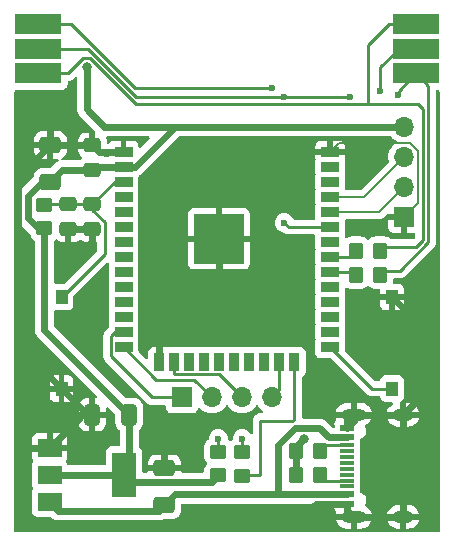
<source format=gtl>
%TF.GenerationSoftware,KiCad,Pcbnew,7.0.1-3b83917a11~172~ubuntu22.04.1*%
%TF.CreationDate,2023-04-18T10:01:55+02:00*%
%TF.ProjectId,part2,70617274-322e-46b6-9963-61645f706362,rev?*%
%TF.SameCoordinates,Original*%
%TF.FileFunction,Copper,L1,Top*%
%TF.FilePolarity,Positive*%
%FSLAX46Y46*%
G04 Gerber Fmt 4.6, Leading zero omitted, Abs format (unit mm)*
G04 Created by KiCad (PCBNEW 7.0.1-3b83917a11~172~ubuntu22.04.1) date 2023-04-18 10:01:55*
%MOMM*%
%LPD*%
G01*
G04 APERTURE LIST*
G04 Aperture macros list*
%AMRoundRect*
0 Rectangle with rounded corners*
0 $1 Rounding radius*
0 $2 $3 $4 $5 $6 $7 $8 $9 X,Y pos of 4 corners*
0 Add a 4 corners polygon primitive as box body*
4,1,4,$2,$3,$4,$5,$6,$7,$8,$9,$2,$3,0*
0 Add four circle primitives for the rounded corners*
1,1,$1+$1,$2,$3*
1,1,$1+$1,$4,$5*
1,1,$1+$1,$6,$7*
1,1,$1+$1,$8,$9*
0 Add four rect primitives between the rounded corners*
20,1,$1+$1,$2,$3,$4,$5,0*
20,1,$1+$1,$4,$5,$6,$7,0*
20,1,$1+$1,$6,$7,$8,$9,0*
20,1,$1+$1,$8,$9,$2,$3,0*%
G04 Aperture macros list end*
%TA.AperFunction,SMDPad,CuDef*%
%ADD10RoundRect,0.250000X0.650000X-0.412500X0.650000X0.412500X-0.650000X0.412500X-0.650000X-0.412500X0*%
%TD*%
%TA.AperFunction,SMDPad,CuDef*%
%ADD11RoundRect,0.250000X0.450000X-0.350000X0.450000X0.350000X-0.450000X0.350000X-0.450000X-0.350000X0*%
%TD*%
%TA.AperFunction,SMDPad,CuDef*%
%ADD12R,4.000000X1.800000*%
%TD*%
%TA.AperFunction,SMDPad,CuDef*%
%ADD13RoundRect,0.250000X0.412500X0.650000X-0.412500X0.650000X-0.412500X-0.650000X0.412500X-0.650000X0*%
%TD*%
%TA.AperFunction,SMDPad,CuDef*%
%ADD14RoundRect,0.250000X-0.350000X-0.450000X0.350000X-0.450000X0.350000X0.450000X-0.350000X0.450000X0*%
%TD*%
%TA.AperFunction,SMDPad,CuDef*%
%ADD15RoundRect,0.250000X-0.450000X0.350000X-0.450000X-0.350000X0.450000X-0.350000X0.450000X0.350000X0*%
%TD*%
%TA.AperFunction,SMDPad,CuDef*%
%ADD16RoundRect,0.250000X0.475000X-0.337500X0.475000X0.337500X-0.475000X0.337500X-0.475000X-0.337500X0*%
%TD*%
%TA.AperFunction,SMDPad,CuDef*%
%ADD17RoundRect,0.250000X-0.475000X0.337500X-0.475000X-0.337500X0.475000X-0.337500X0.475000X0.337500X0*%
%TD*%
%TA.AperFunction,SMDPad,CuDef*%
%ADD18R,1.000000X1.250000*%
%TD*%
%TA.AperFunction,SMDPad,CuDef*%
%ADD19RoundRect,0.250000X-0.650000X0.412500X-0.650000X-0.412500X0.650000X-0.412500X0.650000X0.412500X0*%
%TD*%
%TA.AperFunction,ComponentPad*%
%ADD20R,1.700000X1.700000*%
%TD*%
%TA.AperFunction,ComponentPad*%
%ADD21O,1.700000X1.700000*%
%TD*%
%TA.AperFunction,SMDPad,CuDef*%
%ADD22RoundRect,0.250000X0.350000X0.450000X-0.350000X0.450000X-0.350000X-0.450000X0.350000X-0.450000X0*%
%TD*%
%TA.AperFunction,SMDPad,CuDef*%
%ADD23R,2.000000X1.500000*%
%TD*%
%TA.AperFunction,SMDPad,CuDef*%
%ADD24R,2.000000X3.800000*%
%TD*%
%TA.AperFunction,SMDPad,CuDef*%
%ADD25R,1.500000X0.900000*%
%TD*%
%TA.AperFunction,SMDPad,CuDef*%
%ADD26R,0.900000X1.500000*%
%TD*%
%TA.AperFunction,SMDPad,CuDef*%
%ADD27R,1.050000X1.050000*%
%TD*%
%TA.AperFunction,HeatsinkPad*%
%ADD28C,0.600000*%
%TD*%
%TA.AperFunction,SMDPad,CuDef*%
%ADD29R,4.200000X4.200000*%
%TD*%
%TA.AperFunction,SMDPad,CuDef*%
%ADD30R,1.150000X0.600000*%
%TD*%
%TA.AperFunction,SMDPad,CuDef*%
%ADD31R,1.150000X0.300000*%
%TD*%
%TA.AperFunction,ComponentPad*%
%ADD32O,2.100000X1.000000*%
%TD*%
%TA.AperFunction,ComponentPad*%
%ADD33O,1.800000X1.000000*%
%TD*%
%TA.AperFunction,ViaPad*%
%ADD34C,0.800000*%
%TD*%
%TA.AperFunction,ViaPad*%
%ADD35C,0.600000*%
%TD*%
%TA.AperFunction,Conductor*%
%ADD36C,0.200000*%
%TD*%
%TA.AperFunction,Conductor*%
%ADD37C,0.600000*%
%TD*%
%TA.AperFunction,Conductor*%
%ADD38C,0.250000*%
%TD*%
G04 APERTURE END LIST*
D10*
%TO.P,C4,1*%
%TO.N,N/C*%
X137482000Y-119868500D03*
%TO.P,C4,2*%
X137482000Y-116743500D03*
%TD*%
D11*
%TO.P,R5,1*%
%TO.N,N/C*%
X127322000Y-96430000D03*
%TO.P,R5,2*%
X127322000Y-94430000D03*
%TD*%
D12*
%TO.P,J11,1,BCLK*%
%TO.N,N/C*%
X126775500Y-83310000D03*
%TO.P,J11,2,DATA*%
X126775500Y-81210000D03*
%TO.P,J11,3,WS*%
X126775500Y-79110000D03*
%TD*%
D13*
%TO.P,C5,1*%
%TO.N,N/C*%
X134511000Y-112210000D03*
%TO.P,C5,2*%
X131386000Y-112210000D03*
%TD*%
D14*
%TO.P,R6,1*%
%TO.N,N/C*%
X153722000Y-100348000D03*
%TO.P,R6,2*%
X155722000Y-100348000D03*
%TD*%
D15*
%TO.P,R3,1*%
%TO.N,N/C*%
X142054000Y-115330000D03*
%TO.P,R3,2*%
X142054000Y-117330000D03*
%TD*%
D16*
%TO.P,C1,1*%
%TO.N,N/C*%
X129354000Y-96467500D03*
%TO.P,C1,2*%
X129354000Y-94392500D03*
%TD*%
D12*
%TO.P,J7,1,BCLK*%
%TO.N,N/C*%
X158775500Y-79110000D03*
%TO.P,J7,2,DATA*%
X158775500Y-81210000D03*
%TO.P,J7,3,WS*%
X158775500Y-83310000D03*
%TD*%
D17*
%TO.P,C3,1*%
%TO.N,N/C*%
X131379500Y-89406000D03*
%TO.P,C3,2*%
X131379500Y-91481000D03*
%TD*%
D15*
%TO.P,R4,1*%
%TO.N,N/C*%
X144079500Y-115351500D03*
%TO.P,R4,2*%
X144079500Y-117351500D03*
%TD*%
D14*
%TO.P,R7,1*%
%TO.N,N/C*%
X153738000Y-98316000D03*
%TO.P,R7,2*%
X155738000Y-98316000D03*
%TD*%
D18*
%TO.P,SW2,1,1*%
%TO.N,N/C*%
X156775500Y-109989000D03*
%TO.P,SW2,2,2*%
X156775500Y-102239000D03*
%TD*%
D19*
%TO.P,C2,1*%
%TO.N,N/C*%
X127823500Y-89367500D03*
%TO.P,C2,2*%
X127823500Y-92492500D03*
%TD*%
D20*
%TO.P,J4,1,Pin_1*%
%TO.N,N/C*%
X138975500Y-110742000D03*
D21*
%TO.P,J4,2,Pin_2*%
X141515500Y-110742000D03*
%TO.P,J4,3,Pin_3*%
X144055500Y-110742000D03*
%TO.P,J4,4,Pin_4*%
X146595500Y-110742000D03*
%TD*%
D22*
%TO.P,R2,1*%
%TO.N,N/C*%
X150658000Y-117290000D03*
%TO.P,R2,2*%
X148658000Y-117290000D03*
%TD*%
%TO.P,R1,1*%
%TO.N,N/C*%
X150658000Y-115258000D03*
%TO.P,R1,2*%
X148658000Y-115258000D03*
%TD*%
D23*
%TO.P,U2,1,GND*%
%TO.N,N/C*%
X127766500Y-114990000D03*
%TO.P,U2,2,VO*%
X127766500Y-117290000D03*
D24*
X134066500Y-117290000D03*
D23*
%TO.P,U2,3,VI*%
X127766500Y-119590000D03*
%TD*%
D16*
%TO.P,C6,1*%
%TO.N,N/C*%
X131386000Y-96467500D03*
%TO.P,C6,2*%
X131386000Y-94392500D03*
%TD*%
D20*
%TO.P,J3,1,Pin_1*%
%TO.N,N/C*%
X157802000Y-95446000D03*
D21*
%TO.P,J3,2,Pin_2*%
X157802000Y-92906000D03*
%TO.P,J3,3,Pin_3*%
X157802000Y-90366000D03*
%TO.P,J3,4,Pin_4*%
X157802000Y-87826000D03*
%TD*%
D18*
%TO.P,SW1,1,1*%
%TO.N,N/C*%
X128775500Y-109989000D03*
%TO.P,SW1,2,2*%
X128775500Y-102239000D03*
%TD*%
D25*
%TO.P,U1,1,GND*%
%TO.N,N/C*%
X134025500Y-89960000D03*
%TO.P,U1,2,VDD*%
X134025500Y-91230000D03*
%TO.P,U1,3,EN*%
X134025500Y-92500000D03*
%TO.P,U1,4,SENSOR_VP*%
X134025500Y-93770000D03*
%TO.P,U1,5,SENSOR_VN*%
X134025500Y-95040000D03*
%TO.P,U1,6,IO34*%
X134025500Y-96310000D03*
%TO.P,U1,7,IO35*%
X134025500Y-97580000D03*
%TO.P,U1,8,IO32*%
X134025500Y-98850000D03*
%TO.P,U1,9,IO33*%
X134025500Y-100120000D03*
%TO.P,U1,10,IO25*%
X134025500Y-101390000D03*
%TO.P,U1,11,IO26*%
X134025500Y-102660000D03*
%TO.P,U1,12,IO27*%
X134025500Y-103930000D03*
%TO.P,U1,13,IO14*%
X134025500Y-105200000D03*
%TO.P,U1,14,IO12*%
X134025500Y-106470000D03*
D26*
%TO.P,U1,15,GND*%
X137065500Y-107720000D03*
%TO.P,U1,16,IO13*%
X138335500Y-107720000D03*
%TO.P,U1,17,SHD/SD2*%
X139605500Y-107720000D03*
%TO.P,U1,18,SWP/SD3*%
X140875500Y-107720000D03*
%TO.P,U1,19,SCS/CMD*%
X142145500Y-107720000D03*
%TO.P,U1,20,SCK/CLK*%
X143415500Y-107720000D03*
%TO.P,U1,21,SDO/SD0*%
X144685500Y-107720000D03*
%TO.P,U1,22,SDI/SD1*%
X145955500Y-107720000D03*
%TO.P,U1,23,IO15*%
X147225500Y-107720000D03*
%TO.P,U1,24,IO2*%
X148495500Y-107720000D03*
D25*
%TO.P,U1,25,IO0*%
X151525500Y-106470000D03*
%TO.P,U1,26,IO4*%
X151525500Y-105200000D03*
%TO.P,U1,27,IO16*%
X151525500Y-103930000D03*
%TO.P,U1,28,IO17*%
X151525500Y-102660000D03*
%TO.P,U1,29,IO5*%
X151525500Y-101390000D03*
%TO.P,U1,30,IO18*%
X151525500Y-100120000D03*
%TO.P,U1,31,IO19*%
X151525500Y-98850000D03*
%TO.P,U1,32,NC*%
X151525500Y-97580000D03*
%TO.P,U1,33,IO21*%
X151525500Y-96310000D03*
%TO.P,U1,34,RXD0/IO3*%
X151525500Y-95040000D03*
%TO.P,U1,35,TXD0/IO1*%
X151525500Y-93770000D03*
%TO.P,U1,36,IO22*%
X151525500Y-92500000D03*
%TO.P,U1,37,IO23*%
X151525500Y-91230000D03*
%TO.P,U1,38,GND*%
X151525500Y-89960000D03*
D27*
%TO.P,U1,39,GND*%
X140570500Y-95775000D03*
D28*
X140570500Y-96537500D03*
D27*
X140570500Y-97300000D03*
D28*
X140570500Y-98062500D03*
D27*
X140570500Y-98825000D03*
D28*
X141333000Y-95775000D03*
X141333000Y-97300000D03*
X141333000Y-98825000D03*
D27*
X142095500Y-95775000D03*
D28*
X142095500Y-96537500D03*
D27*
X142095500Y-97300000D03*
D29*
X142095500Y-97300000D03*
D28*
X142095500Y-98062500D03*
D27*
X142095500Y-98825000D03*
D28*
X142858000Y-95775000D03*
X142858000Y-97300000D03*
X142858000Y-98825000D03*
D27*
X143620500Y-95775000D03*
D28*
X143620500Y-96537500D03*
D27*
X143620500Y-97300000D03*
D28*
X143620500Y-98062500D03*
D27*
X143620500Y-98825000D03*
%TD*%
D30*
%TO.P,J1,A1,GND*%
%TO.N,N/C*%
X152940500Y-119726000D03*
%TO.P,J1,A4,VBUS*%
X152940500Y-118926000D03*
D31*
%TO.P,J1,A5,CC1*%
X152940500Y-117776000D03*
%TO.P,J1,A6,D+*%
X152940500Y-116776000D03*
%TO.P,J1,A7,D-*%
X152940500Y-116276000D03*
%TO.P,J1,A8,SBU1*%
X152940500Y-115276000D03*
D30*
%TO.P,J1,A9,VBUS*%
X152940500Y-114126000D03*
%TO.P,J1,A12,GND*%
X152940500Y-113326000D03*
%TO.P,J1,B1,GND*%
X152940500Y-113326000D03*
%TO.P,J1,B4,VBUS*%
X152940500Y-114126000D03*
D31*
%TO.P,J1,B5,CC2*%
X152940500Y-114776000D03*
%TO.P,J1,B6,D+*%
X152940500Y-115776000D03*
%TO.P,J1,B7,D-*%
X152940500Y-117276000D03*
%TO.P,J1,B8,SBU2*%
X152940500Y-118276000D03*
D30*
%TO.P,J1,B9,VBUS*%
X152940500Y-118926000D03*
%TO.P,J1,B12,GND*%
X152940500Y-119726000D03*
D32*
%TO.P,J1,S1,SHIELD*%
X153515500Y-120846000D03*
D33*
X157695500Y-120846000D03*
D32*
X153515500Y-112206000D03*
D33*
X157695500Y-112206000D03*
%TD*%
D34*
%TO.N,*%
X127830000Y-87318000D03*
X144594000Y-104590000D03*
X149303569Y-114242500D03*
X136974000Y-112718000D03*
D35*
X142054000Y-114242000D03*
X144086000Y-114242000D03*
D34*
X130911500Y-82746000D03*
X130370000Y-98494000D03*
D35*
X157294000Y-85169500D03*
X146626000Y-84561500D03*
X155770000Y-84778000D03*
X147642000Y-85286000D03*
X147642000Y-95954000D03*
X153230000Y-85286000D03*
%TD*%
D36*
%TO.N,*%
X158952000Y-89889654D02*
X158278346Y-89216000D01*
D37*
X138845500Y-104590000D02*
X142054000Y-104590000D01*
X142095500Y-97300000D02*
X142095500Y-104548500D01*
X137065500Y-107720000D02*
X137065500Y-106370000D01*
X153515500Y-112751000D02*
X152940500Y-113326000D01*
X157695500Y-120846000D02*
X153515500Y-120846000D01*
X157695500Y-112206000D02*
X157695500Y-120846000D01*
X137065500Y-106370000D02*
X138845500Y-104590000D01*
X126066000Y-114990000D02*
X125798000Y-115258000D01*
D38*
X131386000Y-94392500D02*
X133278500Y-92500000D01*
D36*
X154398000Y-93770000D02*
X157802000Y-90366000D01*
D38*
X148333000Y-112718000D02*
X148495500Y-112555500D01*
X145610000Y-117290000D02*
X145610000Y-112718000D01*
X144079500Y-117351500D02*
X144141000Y-117290000D01*
X144141000Y-117290000D02*
X145610000Y-117290000D01*
X148495500Y-112555500D02*
X148495500Y-107720000D01*
X145610000Y-112718000D02*
X148333000Y-112718000D01*
X155044500Y-109989000D02*
X151525500Y-106470000D01*
X156775500Y-109989000D02*
X155044500Y-109989000D01*
D36*
X155668000Y-95040000D02*
X151525500Y-95040000D01*
X157802000Y-92906000D02*
X155668000Y-95040000D01*
X151525500Y-93770000D02*
X154398000Y-93770000D01*
D37*
X158818000Y-104281500D02*
X158818000Y-111083500D01*
X152940500Y-118926000D02*
X147134000Y-118926000D01*
X148541000Y-113343000D02*
X147134000Y-114750000D01*
X138424500Y-118926000D02*
X137482000Y-119868500D01*
X137012500Y-120338000D02*
X137482000Y-119868500D01*
X150603660Y-113343000D02*
X148541000Y-113343000D01*
X151386660Y-114126000D02*
X150603660Y-113343000D01*
X152940500Y-114126000D02*
X151386660Y-114126000D01*
X128514500Y-120338000D02*
X137012500Y-120338000D01*
X131386000Y-97478000D02*
X130370000Y-98494000D01*
X134025500Y-89960000D02*
X131933500Y-89960000D01*
D36*
X152269500Y-89216000D02*
X151525500Y-89960000D01*
D37*
X137482000Y-113057840D02*
X137313840Y-113057840D01*
D36*
X158952000Y-94296000D02*
X158952000Y-89889654D01*
D37*
X152940500Y-119726000D02*
X152940500Y-120271000D01*
X142054000Y-104590000D02*
X144594000Y-104590000D01*
X142095500Y-104548500D02*
X142054000Y-104590000D01*
X127766500Y-114990000D02*
X126066000Y-114990000D01*
X137482000Y-116743500D02*
X137482000Y-113057840D01*
X156775500Y-102239000D02*
X158818000Y-104281500D01*
X150286000Y-119726000D02*
X152940500Y-119726000D01*
D36*
X157802000Y-95446000D02*
X158952000Y-94296000D01*
D37*
X153515500Y-112206000D02*
X153515500Y-112751000D01*
X125798000Y-115258000D02*
X125798000Y-120846000D01*
X131386000Y-96467500D02*
X129354000Y-96467500D01*
X137313840Y-113057840D02*
X136974000Y-112718000D01*
D38*
X136447500Y-110742000D02*
X132950500Y-107245000D01*
X138975500Y-110742000D02*
X136447500Y-110742000D01*
X133316000Y-105200000D02*
X134025500Y-105200000D01*
X132950500Y-105565500D02*
X133316000Y-105200000D01*
X132950500Y-107245000D02*
X132950500Y-105565500D01*
X151525500Y-98850000D02*
X153204000Y-98850000D01*
X153204000Y-98850000D02*
X153738000Y-98316000D01*
D37*
X130546500Y-112210000D02*
X127766500Y-114990000D01*
X131386000Y-112210000D02*
X130546500Y-112210000D01*
X130996500Y-112210000D02*
X128775500Y-109989000D01*
D38*
X153494000Y-100120000D02*
X153722000Y-100348000D01*
X151525500Y-100120000D02*
X153494000Y-100120000D01*
X151140000Y-114776000D02*
X152940500Y-114776000D01*
X150658000Y-115258000D02*
X151140000Y-114776000D01*
X151166000Y-117798000D02*
X152918500Y-117798000D01*
X150658000Y-117290000D02*
X151166000Y-117798000D01*
X152918500Y-117798000D02*
X152940500Y-117776000D01*
D37*
X127766500Y-119590000D02*
X128514500Y-120338000D01*
X148658000Y-115258000D02*
X148658000Y-117290000D01*
X131386000Y-96467500D02*
X131386000Y-97478000D01*
X125122000Y-92069000D02*
X125122000Y-106335500D01*
X152940500Y-120271000D02*
X153515500Y-120846000D01*
X125798000Y-120846000D02*
X126306000Y-121354000D01*
X148658000Y-115258000D02*
X148658000Y-114888069D01*
D38*
X159827000Y-97613396D02*
X159827000Y-84361500D01*
X159827000Y-84361500D02*
X158775500Y-83310000D01*
X146595500Y-110742000D02*
X147225500Y-110112000D01*
X147225500Y-110112000D02*
X147225500Y-107720000D01*
X144055500Y-110742000D02*
X142108500Y-108795000D01*
X138335500Y-108720000D02*
X138335500Y-107720000D01*
X142108500Y-108795000D02*
X138410500Y-108795000D01*
X138410500Y-108795000D02*
X138335500Y-108720000D01*
D37*
X147134000Y-118926000D02*
X138424500Y-118926000D01*
X128835000Y-91481000D02*
X127823500Y-92492500D01*
X134066500Y-117290000D02*
X127766500Y-117290000D01*
X131379500Y-91481000D02*
X128835000Y-91481000D01*
X134682500Y-117906000D02*
X134066500Y-117290000D01*
X132402000Y-87826000D02*
X138359500Y-87826000D01*
X157802000Y-87826000D02*
X138359500Y-87826000D01*
X134511000Y-112210000D02*
X127322000Y-105021000D01*
D38*
X144079500Y-115351500D02*
X144079500Y-114248500D01*
X142054000Y-115330000D02*
X142054000Y-114242000D01*
X144079500Y-114248500D02*
X144086000Y-114242000D01*
D37*
X127862000Y-89406000D02*
X127823500Y-89367500D01*
X131386000Y-112210000D02*
X130996500Y-112210000D01*
X147134000Y-114750000D02*
X147134000Y-118926000D01*
D36*
X158278346Y-89216000D02*
X152269500Y-89216000D01*
D38*
X155722000Y-100018000D02*
X157422396Y-100018000D01*
X157307500Y-85156000D02*
X157294000Y-85169500D01*
X135025097Y-84561500D02*
X129573597Y-79110000D01*
X129573597Y-79110000D02*
X126775500Y-79110000D01*
X158775500Y-83310000D02*
X157307500Y-84778000D01*
X157422396Y-100018000D02*
X159827000Y-97613396D01*
X157307500Y-84778000D02*
X157307500Y-85156000D01*
X146626000Y-84561500D02*
X135025097Y-84561500D01*
D37*
X127823500Y-89367500D02*
X127823500Y-87324500D01*
X148658000Y-121354000D02*
X150286000Y-119726000D01*
X127823500Y-87324500D02*
X127830000Y-87318000D01*
X148658000Y-114888069D02*
X149303569Y-114242500D01*
X126306000Y-121354000D02*
X148658000Y-121354000D01*
X127823500Y-89367500D02*
X125122000Y-92069000D01*
X158818000Y-111083500D02*
X157695500Y-112206000D01*
X131933500Y-89960000D02*
X131379500Y-89406000D01*
X125122000Y-106335500D02*
X128775500Y-109989000D01*
X127115997Y-92492500D02*
X125922000Y-93686497D01*
X134511000Y-112210000D02*
X134511000Y-116845500D01*
X142054000Y-117330000D02*
X141478000Y-117906000D01*
X125922000Y-95570000D02*
X126782000Y-96430000D01*
X127322000Y-105021000D02*
X127322000Y-96430000D01*
X134025500Y-91230000D02*
X131630500Y-91230000D01*
X130911500Y-86335500D02*
X132402000Y-87826000D01*
X131630500Y-91230000D02*
X131379500Y-91481000D01*
X134511000Y-116845500D02*
X134066500Y-117290000D01*
X126782000Y-96430000D02*
X127322000Y-96430000D01*
X141478000Y-117906000D02*
X134682500Y-117906000D01*
X134955500Y-91230000D02*
X138359500Y-87826000D01*
X130911500Y-82746000D02*
X130911500Y-86335500D01*
X134955500Y-91230000D02*
X134025500Y-91230000D01*
X125922000Y-93686497D02*
X125922000Y-95570000D01*
X127823500Y-92492500D02*
X127115997Y-92492500D01*
X131379500Y-89406000D02*
X127862000Y-89406000D01*
D38*
X131386000Y-94841827D02*
X132436000Y-95891827D01*
X132436000Y-98578500D02*
X128775500Y-102239000D01*
X129354000Y-94392500D02*
X127359500Y-94392500D01*
X127359500Y-94392500D02*
X127322000Y-94430000D01*
X132436000Y-95891827D02*
X132436000Y-98578500D01*
X133278500Y-92500000D02*
X134025500Y-92500000D01*
X131386000Y-94392500D02*
X129354000Y-94392500D01*
X131386000Y-94392500D02*
X131386000Y-94841827D01*
X140018500Y-109245000D02*
X136800500Y-109245000D01*
X136800500Y-109245000D02*
X134025500Y-106470000D01*
X141515500Y-110742000D02*
X140018500Y-109245000D01*
X135101805Y-85911000D02*
X154637000Y-85911000D01*
X131211805Y-82021000D02*
X135101805Y-85911000D01*
X154754000Y-80881500D02*
X156525500Y-79110000D01*
X154637000Y-85911000D02*
X158990000Y-85911000D01*
X156525500Y-79110000D02*
X158775500Y-79110000D01*
X158818000Y-97986000D02*
X159377000Y-97427000D01*
X158990000Y-85911000D02*
X159377000Y-86298000D01*
X151525500Y-96310000D02*
X147998000Y-96310000D01*
X154754000Y-85794000D02*
X154754000Y-80881500D01*
X155738000Y-97986000D02*
X158818000Y-97986000D01*
X130611195Y-82021000D02*
X131211805Y-82021000D01*
X154637000Y-85911000D02*
X154754000Y-85794000D01*
X129322195Y-83310000D02*
X130611195Y-82021000D01*
X126775500Y-83310000D02*
X129322195Y-83310000D01*
X159377000Y-97427000D02*
X159377000Y-86298000D01*
X158775500Y-81210000D02*
X157325500Y-81210000D01*
X135027601Y-85200400D02*
X135113201Y-85286000D01*
X147998000Y-96310000D02*
X147642000Y-95954000D01*
X126775500Y-81210000D02*
X131037201Y-81210000D01*
X135113201Y-85286000D02*
X147642000Y-85286000D01*
X147642000Y-85286000D02*
X153230000Y-85286000D01*
X157325500Y-81210000D02*
X155770000Y-82765500D01*
X131037201Y-81210000D02*
X135027601Y-85200400D01*
X155770000Y-82765500D02*
X155770000Y-84778000D01*
D37*
X157695500Y-112206000D02*
X153515500Y-112206000D01*
%TD*%
%TA.AperFunction,NonConductor*%
G36*
X136164541Y-88648015D02*
G01*
X136208564Y-88685615D01*
X136230719Y-88739102D01*
X136226177Y-88796818D01*
X136195927Y-88846181D01*
X135487181Y-89554927D01*
X135437818Y-89585177D01*
X135380102Y-89589719D01*
X135326615Y-89567564D01*
X135289015Y-89523541D01*
X135275500Y-89467246D01*
X135275500Y-89462176D01*
X135269097Y-89402624D01*
X135218852Y-89267910D01*
X135132688Y-89152811D01*
X135017589Y-89066647D01*
X134882875Y-89016402D01*
X134823324Y-89010000D01*
X134275500Y-89010000D01*
X134275500Y-90086000D01*
X134258887Y-90148000D01*
X134213500Y-90193387D01*
X134151500Y-90210000D01*
X133899500Y-90210000D01*
X133837500Y-90193387D01*
X133792113Y-90148000D01*
X133775500Y-90086000D01*
X133775500Y-89010000D01*
X133227676Y-89010000D01*
X133168124Y-89016402D01*
X133033410Y-89066647D01*
X132918310Y-89152811D01*
X132827766Y-89273763D01*
X132780010Y-89312247D01*
X132719652Y-89323136D01*
X132661459Y-89303767D01*
X132619667Y-89258879D01*
X132604499Y-89199452D01*
X132604499Y-89018521D01*
X132594006Y-88915804D01*
X132554805Y-88797504D01*
X132549954Y-88739637D01*
X132571981Y-88685907D01*
X132616055Y-88648097D01*
X132672511Y-88634500D01*
X136108246Y-88634500D01*
X136164541Y-88648015D01*
G37*
%TD.AperFunction*%
%TA.AperFunction,NonConductor*%
G36*
X132714745Y-90009543D02*
G01*
X132759246Y-90054828D01*
X132775500Y-90116202D01*
X132775500Y-90297500D01*
X132758887Y-90359500D01*
X132713500Y-90404887D01*
X132651500Y-90421500D01*
X132536524Y-90421500D01*
X132480229Y-90407985D01*
X132436206Y-90370385D01*
X132414051Y-90316898D01*
X132418593Y-90259182D01*
X132439813Y-90224553D01*
X132439208Y-90224180D01*
X132545961Y-90051105D01*
X132592015Y-90007401D01*
X132653664Y-89992221D01*
X132714745Y-90009543D01*
G37*
%TD.AperFunction*%
%TA.AperFunction,NonConductor*%
G36*
X157990000Y-95212613D02*
G01*
X158035387Y-95258000D01*
X158052000Y-95320000D01*
X158052000Y-96796000D01*
X158619500Y-96796000D01*
X158681500Y-96812613D01*
X158726887Y-96858000D01*
X158743500Y-96920000D01*
X158743500Y-97113233D01*
X158734061Y-97160686D01*
X158707181Y-97200914D01*
X158591914Y-97316181D01*
X158551686Y-97343061D01*
X158504233Y-97352500D01*
X156698544Y-97352500D01*
X156651091Y-97343061D01*
X156610865Y-97316183D01*
X156561652Y-97266970D01*
X156410738Y-97173885D01*
X156410737Y-97173884D01*
X156410736Y-97173884D01*
X156242426Y-97118112D01*
X156148173Y-97108483D01*
X156138544Y-97107500D01*
X155337455Y-97107500D01*
X155233574Y-97118112D01*
X155065263Y-97173884D01*
X154914345Y-97266971D01*
X154825681Y-97355636D01*
X154770094Y-97387730D01*
X154705906Y-97387730D01*
X154650319Y-97355636D01*
X154561654Y-97266971D01*
X154410736Y-97173884D01*
X154242426Y-97118112D01*
X154148173Y-97108483D01*
X154138544Y-97107500D01*
X153337455Y-97107500D01*
X153233574Y-97118112D01*
X153065263Y-97173884D01*
X153042420Y-97187974D01*
X152973094Y-97230734D01*
X152910705Y-97249165D01*
X152847568Y-97233472D01*
X152801067Y-97187974D01*
X152784000Y-97125195D01*
X152784000Y-97081366D01*
X152783895Y-97080385D01*
X152777489Y-97020799D01*
X152765379Y-96988332D01*
X152757561Y-96944998D01*
X152765381Y-96901662D01*
X152773636Y-96879532D01*
X152777489Y-96869201D01*
X152784000Y-96808638D01*
X152784000Y-95811362D01*
X152782152Y-95794174D01*
X152781247Y-95785753D01*
X152793001Y-95718318D01*
X152813048Y-95696000D01*
X156452000Y-95696000D01*
X156452000Y-96343824D01*
X156458402Y-96403375D01*
X156508647Y-96538089D01*
X156594811Y-96653188D01*
X156709910Y-96739352D01*
X156844624Y-96789597D01*
X156904176Y-96796000D01*
X157552000Y-96796000D01*
X157552000Y-95696000D01*
X156452000Y-95696000D01*
X152813048Y-95696000D01*
X152838744Y-95667394D01*
X152904537Y-95648500D01*
X155619995Y-95648500D01*
X155636179Y-95649560D01*
X155668000Y-95653750D01*
X155699821Y-95649560D01*
X155699833Y-95649560D01*
X155707884Y-95648500D01*
X155707885Y-95648500D01*
X155807456Y-95635391D01*
X155826851Y-95632838D01*
X155974876Y-95571524D01*
X156070072Y-95498477D01*
X156070072Y-95498476D01*
X156086366Y-95485974D01*
X156086368Y-95485971D01*
X156101987Y-95473987D01*
X156121536Y-95448509D01*
X156132216Y-95436331D01*
X156336229Y-95232318D01*
X156376457Y-95205439D01*
X156423910Y-95196000D01*
X157928000Y-95196000D01*
X157990000Y-95212613D01*
G37*
%TD.AperFunction*%
%TA.AperFunction,NonConductor*%
G36*
X131574000Y-96234113D02*
G01*
X131619387Y-96279500D01*
X131636000Y-96341500D01*
X131636000Y-97554999D01*
X131678500Y-97554999D01*
X131740500Y-97571612D01*
X131785887Y-97616999D01*
X131802500Y-97678999D01*
X131802500Y-98264734D01*
X131793061Y-98312187D01*
X131766181Y-98352415D01*
X129049414Y-101069181D01*
X129009186Y-101096061D01*
X128961733Y-101105500D01*
X128254500Y-101105500D01*
X128192500Y-101088887D01*
X128147113Y-101043500D01*
X128130500Y-100981500D01*
X128130500Y-97519263D01*
X128146222Y-97458832D01*
X128189400Y-97413726D01*
X128245652Y-97379030D01*
X128245654Y-97379027D01*
X128252946Y-97374530D01*
X128304843Y-97356773D01*
X128359322Y-97363140D01*
X128405725Y-97392387D01*
X128410654Y-97397316D01*
X128559877Y-97489357D01*
X128726303Y-97544506D01*
X128829021Y-97555000D01*
X129104000Y-97555000D01*
X129104000Y-96717500D01*
X129604000Y-96717500D01*
X129604000Y-97554999D01*
X129878979Y-97554999D01*
X129981695Y-97544506D01*
X130148120Y-97489358D01*
X130304903Y-97392654D01*
X130370000Y-97374193D01*
X130435097Y-97392654D01*
X130591879Y-97489358D01*
X130758303Y-97544506D01*
X130861021Y-97555000D01*
X131136000Y-97555000D01*
X131136000Y-96717500D01*
X129604000Y-96717500D01*
X129104000Y-96717500D01*
X129104000Y-96341500D01*
X129120613Y-96279500D01*
X129166000Y-96234113D01*
X129228000Y-96217500D01*
X131512000Y-96217500D01*
X131574000Y-96234113D01*
G37*
%TD.AperFunction*%
%TA.AperFunction,NonConductor*%
G36*
X153128500Y-112502613D02*
G01*
X153173887Y-112548000D01*
X153190500Y-112610000D01*
X153190500Y-113193500D01*
X153173887Y-113255500D01*
X153128500Y-113300887D01*
X153066500Y-113317500D01*
X152985906Y-113317500D01*
X152748362Y-113317500D01*
X152692067Y-113303985D01*
X152648044Y-113266385D01*
X152625889Y-113212898D01*
X152630431Y-113155182D01*
X152660681Y-113105819D01*
X152690500Y-113076000D01*
X152690500Y-112610000D01*
X152707113Y-112548000D01*
X152752500Y-112502613D01*
X152814500Y-112486000D01*
X153066500Y-112486000D01*
X153128500Y-112502613D01*
G37*
%TD.AperFunction*%
%TA.AperFunction,NonConductor*%
G36*
X132692730Y-99317333D02*
G01*
X132748720Y-99357317D01*
X132764522Y-99395931D01*
X132768068Y-99394609D01*
X132785619Y-99441667D01*
X132793437Y-99484998D01*
X132785620Y-99528329D01*
X132773511Y-99560795D01*
X132773511Y-99560798D01*
X132773511Y-99560799D01*
X132767000Y-99621362D01*
X132767000Y-100618638D01*
X132770770Y-100653702D01*
X132773511Y-100679202D01*
X132785620Y-100711669D01*
X132793437Y-100755000D01*
X132785620Y-100798331D01*
X132773511Y-100830797D01*
X132767000Y-100891366D01*
X132767000Y-101888634D01*
X132773511Y-101949202D01*
X132785620Y-101981669D01*
X132793437Y-102025000D01*
X132785620Y-102068331D01*
X132773511Y-102100797D01*
X132767000Y-102161366D01*
X132767000Y-103158634D01*
X132773511Y-103219204D01*
X132785619Y-103251667D01*
X132793437Y-103294998D01*
X132785620Y-103338329D01*
X132773511Y-103370795D01*
X132767000Y-103431366D01*
X132767000Y-104428634D01*
X132773511Y-104489204D01*
X132785619Y-104521667D01*
X132793437Y-104564998D01*
X132785620Y-104608329D01*
X132773511Y-104640795D01*
X132767000Y-104701366D01*
X132767000Y-104801733D01*
X132757561Y-104849186D01*
X132730680Y-104889415D01*
X132561675Y-105058417D01*
X132545399Y-105071457D01*
X132496837Y-105123170D01*
X132494132Y-105125962D01*
X132474361Y-105145733D01*
X132471821Y-105149008D01*
X132464252Y-105157869D01*
X132433914Y-105190177D01*
X132424082Y-105208063D01*
X132413401Y-105224323D01*
X132400885Y-105240459D01*
X132383286Y-105281128D01*
X132378148Y-105291617D01*
X132356803Y-105330443D01*
X132351726Y-105350218D01*
X132345426Y-105368619D01*
X132343091Y-105374016D01*
X132337318Y-105387356D01*
X132330388Y-105431110D01*
X132328020Y-105442546D01*
X132317000Y-105485470D01*
X132317000Y-105505884D01*
X132315473Y-105525283D01*
X132312280Y-105545441D01*
X132316450Y-105589557D01*
X132317000Y-105601226D01*
X132317000Y-107161367D01*
X132314710Y-107182108D01*
X132316939Y-107253017D01*
X132317000Y-107256913D01*
X132317000Y-107284855D01*
X132317518Y-107288956D01*
X132318434Y-107300597D01*
X132319826Y-107344888D01*
X132325522Y-107364492D01*
X132329467Y-107383544D01*
X132332025Y-107403798D01*
X132348338Y-107445001D01*
X132352121Y-107456049D01*
X132364482Y-107498593D01*
X132374874Y-107516166D01*
X132383431Y-107533633D01*
X132390948Y-107552618D01*
X132416991Y-107588463D01*
X132423405Y-107598227D01*
X132445958Y-107636362D01*
X132460390Y-107650794D01*
X132473026Y-107665589D01*
X132485026Y-107682105D01*
X132519167Y-107710349D01*
X132527808Y-107718212D01*
X135940412Y-111130817D01*
X135953456Y-111147098D01*
X135955499Y-111149016D01*
X135955500Y-111149018D01*
X136005184Y-111195674D01*
X136007947Y-111198352D01*
X136027730Y-111218135D01*
X136031011Y-111220680D01*
X136039870Y-111228247D01*
X136072179Y-111258586D01*
X136090064Y-111268418D01*
X136106325Y-111279099D01*
X136122459Y-111291614D01*
X136163125Y-111309210D01*
X136173612Y-111314348D01*
X136212440Y-111335695D01*
X136232208Y-111340770D01*
X136250619Y-111347073D01*
X136269355Y-111355181D01*
X136313126Y-111362113D01*
X136324541Y-111364477D01*
X136367470Y-111375500D01*
X136387884Y-111375500D01*
X136407283Y-111377027D01*
X136427443Y-111380220D01*
X136471556Y-111376050D01*
X136483226Y-111375500D01*
X137493000Y-111375500D01*
X137555000Y-111392113D01*
X137600387Y-111437500D01*
X137617000Y-111499500D01*
X137617000Y-111640634D01*
X137623511Y-111701205D01*
X137674610Y-111838203D01*
X137762238Y-111955261D01*
X137879296Y-112042889D01*
X138016294Y-112093988D01*
X138016297Y-112093988D01*
X138016299Y-112093989D01*
X138076862Y-112100500D01*
X139874134Y-112100500D01*
X139874138Y-112100500D01*
X139934701Y-112093989D01*
X139934703Y-112093988D01*
X139934705Y-112093988D01*
X140016597Y-112063443D01*
X140071704Y-112042889D01*
X140188761Y-111955261D01*
X140276389Y-111838204D01*
X140321637Y-111716889D01*
X140357589Y-111665677D01*
X140413971Y-111638539D01*
X140476425Y-111642387D01*
X140529048Y-111676241D01*
X140566469Y-111716890D01*
X140592260Y-111744906D01*
X140769924Y-111883189D01*
X140967926Y-111990342D01*
X141180865Y-112063444D01*
X141402931Y-112100500D01*
X141628069Y-112100500D01*
X141850135Y-112063444D01*
X142063074Y-111990342D01*
X142261076Y-111883189D01*
X142438740Y-111744906D01*
X142591222Y-111579268D01*
X142681690Y-111440795D01*
X142726482Y-111399561D01*
X142785500Y-111384616D01*
X142844518Y-111399561D01*
X142889309Y-111440795D01*
X142972272Y-111567780D01*
X142979778Y-111579268D01*
X143132260Y-111744906D01*
X143309924Y-111883189D01*
X143507926Y-111990342D01*
X143720865Y-112063444D01*
X143942931Y-112100500D01*
X144168069Y-112100500D01*
X144390135Y-112063444D01*
X144603074Y-111990342D01*
X144801076Y-111883189D01*
X144978740Y-111744906D01*
X145131222Y-111579268D01*
X145221690Y-111440795D01*
X145266482Y-111399561D01*
X145325500Y-111384616D01*
X145384518Y-111399561D01*
X145429309Y-111440795D01*
X145512272Y-111567780D01*
X145519778Y-111579268D01*
X145672260Y-111744906D01*
X145823534Y-111862649D01*
X145860926Y-111910690D01*
X145870946Y-111970740D01*
X145851179Y-112028322D01*
X145806387Y-112069555D01*
X145747370Y-112084500D01*
X145681607Y-112084500D01*
X145658373Y-112082304D01*
X145650093Y-112080724D01*
X145596418Y-112084101D01*
X145593984Y-112084255D01*
X145586199Y-112084500D01*
X145570138Y-112084500D01*
X145554210Y-112086511D01*
X145546466Y-112087243D01*
X145490347Y-112090774D01*
X145482327Y-112093380D01*
X145459564Y-112098468D01*
X145451204Y-112099524D01*
X145398938Y-112120217D01*
X145391614Y-112122854D01*
X145338124Y-112140235D01*
X145331002Y-112144755D01*
X145310221Y-112155343D01*
X145302385Y-112158445D01*
X145256905Y-112191488D01*
X145250467Y-112195863D01*
X145202980Y-112226000D01*
X145197205Y-112232150D01*
X145179710Y-112247574D01*
X145172893Y-112252527D01*
X145137051Y-112295851D01*
X145131903Y-112301690D01*
X145093413Y-112342679D01*
X145089354Y-112350063D01*
X145076241Y-112369358D01*
X145070867Y-112375853D01*
X145046925Y-112426731D01*
X145043392Y-112433665D01*
X145016303Y-112482942D01*
X145014206Y-112491109D01*
X145006307Y-112513049D01*
X145002716Y-112520681D01*
X144992182Y-112575901D01*
X144990484Y-112583500D01*
X144976500Y-112637969D01*
X144976500Y-112646393D01*
X144974304Y-112669627D01*
X144972724Y-112677906D01*
X144976255Y-112734014D01*
X144976500Y-112741801D01*
X144976500Y-113709164D01*
X144960348Y-113770359D01*
X144916100Y-113815612D01*
X144855282Y-113833133D01*
X144793740Y-113818358D01*
X144747507Y-113775137D01*
X144722111Y-113734719D01*
X144593281Y-113605889D01*
X144439015Y-113508957D01*
X144267047Y-113448783D01*
X144267046Y-113448782D01*
X144267044Y-113448782D01*
X144086000Y-113428383D01*
X143904955Y-113448782D01*
X143732984Y-113508957D01*
X143578717Y-113605890D01*
X143449890Y-113734717D01*
X143352957Y-113888984D01*
X143292782Y-114060955D01*
X143272383Y-114241999D01*
X143272912Y-114246691D01*
X143261188Y-114314839D01*
X143214791Y-114366112D01*
X143143514Y-114410078D01*
X143141500Y-114406813D01*
X143109550Y-114425241D01*
X143045385Y-114425224D01*
X142989819Y-114393136D01*
X142977652Y-114380969D01*
X142927053Y-114349759D01*
X142880644Y-114298465D01*
X142873252Y-114255426D01*
X142869181Y-114255885D01*
X142847217Y-114060955D01*
X142847217Y-114060953D01*
X142787043Y-113888985D01*
X142690111Y-113734719D01*
X142561281Y-113605889D01*
X142407015Y-113508957D01*
X142235047Y-113448783D01*
X142235046Y-113448782D01*
X142235044Y-113448782D01*
X142054000Y-113428383D01*
X141872955Y-113448782D01*
X141700984Y-113508957D01*
X141546717Y-113605890D01*
X141417890Y-113734717D01*
X141320957Y-113888984D01*
X141260782Y-114060955D01*
X141238819Y-114255884D01*
X141234754Y-114255426D01*
X141227342Y-114298491D01*
X141180948Y-114349758D01*
X141130350Y-114380968D01*
X141004970Y-114506347D01*
X140911884Y-114657263D01*
X140856112Y-114825573D01*
X140845500Y-114929455D01*
X140845500Y-115730544D01*
X140856112Y-115834425D01*
X140911884Y-116002736D01*
X140911885Y-116002738D01*
X140926233Y-116025999D01*
X141004971Y-116153654D01*
X141093636Y-116242319D01*
X141125730Y-116297906D01*
X141125730Y-116362094D01*
X141093636Y-116417681D01*
X141004971Y-116506345D01*
X140911884Y-116657263D01*
X140856112Y-116825573D01*
X140845500Y-116929456D01*
X140845500Y-116973500D01*
X140828887Y-117035500D01*
X140783500Y-117080887D01*
X140721500Y-117097500D01*
X139006000Y-117097500D01*
X138944000Y-117080887D01*
X138898613Y-117035500D01*
X138889320Y-117000820D01*
X138882000Y-116993500D01*
X136082001Y-116993500D01*
X136074680Y-117000820D01*
X136065388Y-117035500D01*
X136020001Y-117080887D01*
X135958001Y-117097500D01*
X135699000Y-117097500D01*
X135637000Y-117080887D01*
X135591613Y-117035500D01*
X135575000Y-116973500D01*
X135575000Y-116493500D01*
X136082000Y-116493500D01*
X137232000Y-116493500D01*
X137232000Y-115581001D01*
X136782021Y-115581001D01*
X136679304Y-115591493D01*
X136512877Y-115646642D01*
X136363654Y-115738683D01*
X136239683Y-115862654D01*
X136147642Y-116011877D01*
X136092493Y-116178303D01*
X136082000Y-116281021D01*
X136082000Y-116493500D01*
X135575000Y-116493500D01*
X135575000Y-115581000D01*
X137732000Y-115581000D01*
X137732000Y-116493500D01*
X138881999Y-116493500D01*
X138881999Y-116281021D01*
X138871506Y-116178304D01*
X138816357Y-116011877D01*
X138724316Y-115862654D01*
X138600345Y-115738683D01*
X138451122Y-115646642D01*
X138284696Y-115591493D01*
X138181979Y-115581000D01*
X137732000Y-115581000D01*
X135575000Y-115581000D01*
X135575000Y-115341366D01*
X135568488Y-115280794D01*
X135517389Y-115143796D01*
X135429762Y-115026740D01*
X135429759Y-115026738D01*
X135369189Y-114981395D01*
X135332616Y-114937632D01*
X135319500Y-114882128D01*
X135319500Y-113576133D01*
X135335223Y-113515701D01*
X135378404Y-113470594D01*
X135384261Y-113466980D01*
X135397152Y-113459030D01*
X135522530Y-113333652D01*
X135615615Y-113182738D01*
X135671387Y-113014426D01*
X135682000Y-112910545D01*
X135681999Y-111509456D01*
X135671387Y-111405574D01*
X135615615Y-111237262D01*
X135522530Y-111086348D01*
X135522529Y-111086347D01*
X135522528Y-111086345D01*
X135397154Y-110960971D01*
X135246236Y-110867884D01*
X135077926Y-110812112D01*
X134983673Y-110802483D01*
X134974045Y-110801500D01*
X134974044Y-110801500D01*
X134297254Y-110801500D01*
X134249801Y-110792061D01*
X134209573Y-110765181D01*
X128166819Y-104722427D01*
X128139939Y-104682199D01*
X128130500Y-104634746D01*
X128130500Y-103496500D01*
X128147113Y-103434500D01*
X128192500Y-103389113D01*
X128254500Y-103372500D01*
X129324134Y-103372500D01*
X129324138Y-103372500D01*
X129384701Y-103365989D01*
X129384703Y-103365988D01*
X129384705Y-103365988D01*
X129462624Y-103336924D01*
X129521704Y-103314889D01*
X129638761Y-103227261D01*
X129726389Y-103110204D01*
X129777489Y-102973201D01*
X129784000Y-102912638D01*
X129784000Y-102177766D01*
X129793439Y-102130313D01*
X129820319Y-102090085D01*
X131273931Y-100636473D01*
X132563812Y-99346592D01*
X132624046Y-99313350D01*
X132692730Y-99317333D01*
G37*
%TD.AperFunction*%
%TA.AperFunction,NonConductor*%
G36*
X148846000Y-115024613D02*
G01*
X148891387Y-115070000D01*
X148908000Y-115132000D01*
X148908000Y-117416000D01*
X148891387Y-117478000D01*
X148846000Y-117523387D01*
X148784000Y-117540000D01*
X148532000Y-117540000D01*
X148470000Y-117523387D01*
X148424613Y-117478000D01*
X148408000Y-117416000D01*
X148408000Y-115132000D01*
X148424613Y-115070000D01*
X148470000Y-115024613D01*
X148532000Y-115008000D01*
X148784000Y-115008000D01*
X148846000Y-115024613D01*
G37*
%TD.AperFunction*%
%TA.AperFunction,NonConductor*%
G36*
X130051886Y-83624142D02*
G01*
X130089485Y-83668165D01*
X130103000Y-83724460D01*
X130103000Y-86426599D01*
X130111617Y-86464355D01*
X130113946Y-86478061D01*
X130118282Y-86516543D01*
X130131073Y-86553100D01*
X130134920Y-86566457D01*
X130143539Y-86604219D01*
X130160343Y-86639112D01*
X130165664Y-86651957D01*
X130178457Y-86688516D01*
X130199060Y-86721306D01*
X130205786Y-86733475D01*
X130222590Y-86768369D01*
X130246738Y-86798649D01*
X130254785Y-86809990D01*
X130275389Y-86842782D01*
X130307696Y-86875088D01*
X130307697Y-86875089D01*
X131602623Y-88170014D01*
X131634716Y-88225599D01*
X131634718Y-88289784D01*
X131629500Y-88298823D01*
X131629500Y-89532000D01*
X131612887Y-89594000D01*
X131567500Y-89639387D01*
X131505500Y-89656000D01*
X130154501Y-89656000D01*
X130154501Y-89793479D01*
X130164993Y-89896195D01*
X130220142Y-90062622D01*
X130312183Y-90211845D01*
X130446404Y-90346066D01*
X130445213Y-90347256D01*
X130474715Y-90378071D01*
X130490439Y-90438502D01*
X130474719Y-90498934D01*
X130441017Y-90534141D01*
X130441097Y-90534221D01*
X130437448Y-90537869D01*
X130431540Y-90544042D01*
X130430851Y-90544466D01*
X130392480Y-90582838D01*
X130339134Y-90636183D01*
X130298909Y-90663061D01*
X130251456Y-90672500D01*
X128892408Y-90672500D01*
X128831034Y-90656246D01*
X128785749Y-90611745D01*
X128768427Y-90550664D01*
X128783608Y-90489015D01*
X128827311Y-90442961D01*
X128941846Y-90372315D01*
X129065816Y-90248345D01*
X129157857Y-90099122D01*
X129213006Y-89932696D01*
X129223500Y-89829979D01*
X129223500Y-89617500D01*
X128073500Y-89617500D01*
X128073500Y-90529999D01*
X128398449Y-90529999D01*
X128459645Y-90546152D01*
X128504898Y-90590402D01*
X128522418Y-90651222D01*
X128507640Y-90712764D01*
X128464414Y-90758997D01*
X128449186Y-90768564D01*
X128437026Y-90775284D01*
X128402131Y-90792089D01*
X128371842Y-90816243D01*
X128360507Y-90824286D01*
X128327719Y-90844888D01*
X127887426Y-91285181D01*
X127847198Y-91312061D01*
X127799745Y-91321500D01*
X127122955Y-91321500D01*
X127019074Y-91332112D01*
X126850763Y-91387884D01*
X126699845Y-91480971D01*
X126574471Y-91606345D01*
X126481384Y-91757263D01*
X126425612Y-91925573D01*
X126417133Y-92008570D01*
X126405773Y-92049187D01*
X126381456Y-92083647D01*
X125397278Y-93067826D01*
X125397277Y-93067827D01*
X125397278Y-93067827D01*
X125285887Y-93179218D01*
X125265285Y-93212005D01*
X125257243Y-93223339D01*
X125233089Y-93253628D01*
X125216284Y-93288523D01*
X125209562Y-93300687D01*
X125188958Y-93333479D01*
X125188956Y-93333482D01*
X125188957Y-93333482D01*
X125176163Y-93370043D01*
X125170848Y-93382875D01*
X125154040Y-93417778D01*
X125145419Y-93455544D01*
X125141572Y-93468898D01*
X125128782Y-93505451D01*
X125124446Y-93543935D01*
X125122118Y-93557641D01*
X125113500Y-93595402D01*
X125113500Y-95661099D01*
X125122117Y-95698855D01*
X125124446Y-95712561D01*
X125128782Y-95751043D01*
X125141573Y-95787600D01*
X125145420Y-95800957D01*
X125154039Y-95838719D01*
X125170843Y-95873612D01*
X125176164Y-95886457D01*
X125188957Y-95923016D01*
X125209560Y-95955806D01*
X125216286Y-95967975D01*
X125233090Y-96002869D01*
X125257238Y-96033149D01*
X125265285Y-96044490D01*
X125285889Y-96077282D01*
X125318196Y-96109588D01*
X126093954Y-96885346D01*
X126123979Y-96934023D01*
X126172803Y-97081366D01*
X126179885Y-97102738D01*
X126193737Y-97125195D01*
X126272971Y-97253654D01*
X126398346Y-97379029D01*
X126398348Y-97379030D01*
X126454596Y-97413724D01*
X126497777Y-97458831D01*
X126513500Y-97519263D01*
X126513500Y-105112099D01*
X126522117Y-105149855D01*
X126524446Y-105163561D01*
X126528782Y-105202043D01*
X126528782Y-105202045D01*
X126528783Y-105202047D01*
X126541573Y-105238600D01*
X126545420Y-105251957D01*
X126554039Y-105289719D01*
X126570843Y-105324612D01*
X126576164Y-105337457D01*
X126588957Y-105374016D01*
X126609560Y-105406806D01*
X126616286Y-105418975D01*
X126633090Y-105453869D01*
X126657238Y-105484149D01*
X126665285Y-105495490D01*
X126685889Y-105528282D01*
X126718196Y-105560588D01*
X131755927Y-110598319D01*
X131786177Y-110647682D01*
X131790719Y-110705398D01*
X131768564Y-110758885D01*
X131724541Y-110796485D01*
X131668246Y-110810000D01*
X131636000Y-110810000D01*
X131636000Y-111960000D01*
X132548499Y-111960000D01*
X132548499Y-111690253D01*
X132562014Y-111633958D01*
X132599614Y-111589935D01*
X132653101Y-111567780D01*
X132710817Y-111572322D01*
X132760180Y-111602572D01*
X133303681Y-112146073D01*
X133330561Y-112186301D01*
X133340000Y-112233754D01*
X133340000Y-112910544D01*
X133350612Y-113014425D01*
X133406384Y-113182736D01*
X133406385Y-113182738D01*
X133411222Y-113190580D01*
X133499471Y-113333654D01*
X133624846Y-113459029D01*
X133643596Y-113470594D01*
X133686777Y-113515701D01*
X133702500Y-113576133D01*
X133702500Y-114757500D01*
X133685887Y-114819500D01*
X133640500Y-114864887D01*
X133578500Y-114881500D01*
X133017862Y-114881500D01*
X132990945Y-114884393D01*
X132957294Y-114888011D01*
X132820296Y-114939110D01*
X132703238Y-115026738D01*
X132615610Y-115143796D01*
X132564511Y-115280794D01*
X132558000Y-115341366D01*
X132558000Y-116357500D01*
X132541387Y-116419500D01*
X132496000Y-116464887D01*
X132434000Y-116481500D01*
X129373494Y-116481500D01*
X129324682Y-116471488D01*
X129283751Y-116443070D01*
X129257313Y-116400836D01*
X129217389Y-116293796D01*
X129152575Y-116207215D01*
X129130678Y-116159266D01*
X129130678Y-116106549D01*
X129152578Y-116058596D01*
X129209852Y-115982088D01*
X129260097Y-115847375D01*
X129266500Y-115787824D01*
X129266500Y-115240000D01*
X126266500Y-115240000D01*
X126266500Y-115787824D01*
X126272902Y-115847375D01*
X126323147Y-115982089D01*
X126380421Y-116058597D01*
X126402320Y-116106549D01*
X126402320Y-116159265D01*
X126380422Y-116207218D01*
X126315609Y-116293798D01*
X126264511Y-116430794D01*
X126260893Y-116464445D01*
X126258000Y-116491362D01*
X126258000Y-118088638D01*
X126259317Y-118100887D01*
X126264511Y-118149205D01*
X126315610Y-118286203D01*
X126375113Y-118365690D01*
X126397012Y-118413642D01*
X126397012Y-118466358D01*
X126375113Y-118514310D01*
X126315610Y-118593796D01*
X126264511Y-118730794D01*
X126264477Y-118731113D01*
X126258667Y-118785165D01*
X126258000Y-118791366D01*
X126258000Y-120388634D01*
X126264511Y-120449205D01*
X126315610Y-120586203D01*
X126403238Y-120703261D01*
X126520296Y-120790889D01*
X126657294Y-120841988D01*
X126657297Y-120841988D01*
X126657299Y-120841989D01*
X126717862Y-120848500D01*
X127830246Y-120848500D01*
X127877699Y-120857939D01*
X127917924Y-120884816D01*
X128007219Y-120974111D01*
X128040024Y-120994723D01*
X128051334Y-121002748D01*
X128081631Y-121026909D01*
X128116529Y-121043714D01*
X128128678Y-121050428D01*
X128161485Y-121071043D01*
X128175802Y-121076052D01*
X128198041Y-121083835D01*
X128210887Y-121089156D01*
X128243753Y-121104982D01*
X128245780Y-121105959D01*
X128283536Y-121114576D01*
X128296884Y-121118421D01*
X128333453Y-121131217D01*
X128347982Y-121132853D01*
X128371938Y-121135553D01*
X128385647Y-121137881D01*
X128423404Y-121146500D01*
X128469094Y-121146500D01*
X128605597Y-121146500D01*
X136921403Y-121146500D01*
X137057906Y-121146500D01*
X137103597Y-121146500D01*
X137141359Y-121137880D01*
X137155048Y-121135553D01*
X137193547Y-121131217D01*
X137230124Y-121118417D01*
X137243442Y-121114581D01*
X137281220Y-121105959D01*
X137301898Y-121096000D01*
X151992134Y-121096000D01*
X151992432Y-121097948D01*
X152063064Y-121288663D01*
X152170645Y-121461263D01*
X152310766Y-121608669D01*
X152477694Y-121724855D01*
X152664592Y-121805059D01*
X152863811Y-121846000D01*
X153265500Y-121846000D01*
X153265500Y-121096000D01*
X153765500Y-121096000D01*
X153765500Y-121846000D01*
X154116210Y-121846000D01*
X154267839Y-121830580D01*
X154461889Y-121769696D01*
X154639714Y-121670996D01*
X154794031Y-121538520D01*
X154918521Y-121377692D01*
X155008089Y-121195094D01*
X155033746Y-121096000D01*
X156322134Y-121096000D01*
X156322432Y-121097948D01*
X156393064Y-121288663D01*
X156500645Y-121461263D01*
X156640766Y-121608669D01*
X156807694Y-121724855D01*
X156994592Y-121805059D01*
X157193811Y-121846000D01*
X157445500Y-121846000D01*
X157445500Y-121096000D01*
X157945500Y-121096000D01*
X157945500Y-121846000D01*
X158146210Y-121846000D01*
X158297839Y-121830580D01*
X158491889Y-121769696D01*
X158669714Y-121670996D01*
X158824031Y-121538520D01*
X158948521Y-121377692D01*
X159038089Y-121195094D01*
X159063746Y-121096000D01*
X157945500Y-121096000D01*
X157445500Y-121096000D01*
X156322134Y-121096000D01*
X155033746Y-121096000D01*
X153765500Y-121096000D01*
X153265500Y-121096000D01*
X151992134Y-121096000D01*
X137301898Y-121096000D01*
X137316115Y-121089153D01*
X137328949Y-121083836D01*
X137365515Y-121071043D01*
X137385466Y-121058506D01*
X137451440Y-121039499D01*
X138182545Y-121039499D01*
X138234484Y-121034193D01*
X138286426Y-121028887D01*
X138454738Y-120973115D01*
X138605652Y-120880030D01*
X138731030Y-120754652D01*
X138824115Y-120603738D01*
X138879887Y-120435426D01*
X138890500Y-120331545D01*
X138890499Y-119858499D01*
X138907112Y-119796500D01*
X138952499Y-119751113D01*
X139014499Y-119734500D01*
X147081632Y-119734500D01*
X147095516Y-119735279D01*
X147134000Y-119739616D01*
X147172483Y-119735279D01*
X147186368Y-119734500D01*
X151807638Y-119734500D01*
X151863933Y-119748015D01*
X151907956Y-119785615D01*
X151930111Y-119839102D01*
X151925569Y-119896818D01*
X151895319Y-119946181D01*
X151865500Y-119976000D01*
X151865500Y-120073824D01*
X151871902Y-120133375D01*
X151922147Y-120268089D01*
X152005340Y-120379220D01*
X152029524Y-120441874D01*
X152021923Y-120483624D01*
X152026072Y-120484699D01*
X151997253Y-120595999D01*
X151997253Y-120596000D01*
X155038866Y-120596000D01*
X156327253Y-120596000D01*
X157445500Y-120596000D01*
X157445500Y-119846000D01*
X157945500Y-119846000D01*
X157945500Y-120596000D01*
X159068866Y-120596000D01*
X159068567Y-120594051D01*
X158997935Y-120403336D01*
X158890354Y-120230736D01*
X158750233Y-120083330D01*
X158583305Y-119967144D01*
X158396407Y-119886940D01*
X158197189Y-119846000D01*
X157945500Y-119846000D01*
X157445500Y-119846000D01*
X157244790Y-119846000D01*
X157093160Y-119861419D01*
X156899110Y-119922303D01*
X156721285Y-120021003D01*
X156566968Y-120153479D01*
X156442478Y-120314307D01*
X156352910Y-120496905D01*
X156327253Y-120595999D01*
X156327253Y-120596000D01*
X155038866Y-120596000D01*
X155038567Y-120594051D01*
X154967935Y-120403336D01*
X154860354Y-120230736D01*
X154720233Y-120083330D01*
X154553305Y-119967144D01*
X154522855Y-119954077D01*
X154477754Y-119920995D01*
X154451779Y-119871459D01*
X154450215Y-119815548D01*
X154473379Y-119764641D01*
X154518198Y-119706233D01*
X154576187Y-119566236D01*
X154595966Y-119416000D01*
X154580901Y-119301574D01*
X154576187Y-119265764D01*
X154521303Y-119133263D01*
X154518198Y-119125767D01*
X154425951Y-119005549D01*
X154305733Y-118913302D01*
X154165736Y-118855313D01*
X154145378Y-118852632D01*
X154131814Y-118850847D01*
X154076876Y-118829483D01*
X154038011Y-118785165D01*
X154024000Y-118727908D01*
X154024000Y-118577360D01*
X154019903Y-118539257D01*
X154019903Y-118512743D01*
X154024000Y-118474640D01*
X154024000Y-118077358D01*
X154019903Y-118039255D01*
X154019903Y-118012742D01*
X154024000Y-117974640D01*
X154024000Y-117577367D01*
X154024000Y-117577362D01*
X154019902Y-117539244D01*
X154019902Y-117512744D01*
X154024000Y-117474638D01*
X154024000Y-117077362D01*
X154019903Y-117039254D01*
X154019903Y-117012743D01*
X154024000Y-116974640D01*
X154024000Y-116577360D01*
X154019903Y-116539257D01*
X154019903Y-116512743D01*
X154024000Y-116474640D01*
X154024000Y-116077367D01*
X154024000Y-116077362D01*
X154019902Y-116039244D01*
X154019902Y-116012744D01*
X154024000Y-115974638D01*
X154024000Y-115577362D01*
X154019902Y-115539244D01*
X154019902Y-115512744D01*
X154024000Y-115474638D01*
X154024000Y-115077362D01*
X154019903Y-115039254D01*
X154019903Y-115012742D01*
X154024000Y-114974640D01*
X154024000Y-114577358D01*
X154019903Y-114539255D01*
X154019903Y-114512742D01*
X154024000Y-114474640D01*
X154024000Y-114324092D01*
X154038011Y-114266835D01*
X154076876Y-114222517D01*
X154131814Y-114201153D01*
X154134254Y-114200831D01*
X154165736Y-114196687D01*
X154305733Y-114138698D01*
X154425951Y-114046451D01*
X154518198Y-113926233D01*
X154576187Y-113786236D01*
X154595966Y-113636000D01*
X154591161Y-113599506D01*
X154576187Y-113485764D01*
X154565113Y-113459029D01*
X154518198Y-113345767D01*
X154496508Y-113317500D01*
X154472661Y-113286421D01*
X154450158Y-113238582D01*
X154449628Y-113185717D01*
X154471167Y-113137436D01*
X154510860Y-113102516D01*
X154639714Y-113030996D01*
X154794031Y-112898520D01*
X154918521Y-112737692D01*
X155008089Y-112555094D01*
X155033746Y-112456000D01*
X156322134Y-112456000D01*
X156322432Y-112457948D01*
X156393064Y-112648663D01*
X156500645Y-112821263D01*
X156640766Y-112968669D01*
X156807694Y-113084855D01*
X156994592Y-113165059D01*
X157193811Y-113206000D01*
X157445500Y-113206000D01*
X157445500Y-112456000D01*
X157945500Y-112456000D01*
X157945500Y-113206000D01*
X158146210Y-113206000D01*
X158297839Y-113190580D01*
X158491889Y-113129696D01*
X158669714Y-113030996D01*
X158824031Y-112898520D01*
X158948521Y-112737692D01*
X159038089Y-112555094D01*
X159063746Y-112456000D01*
X157945500Y-112456000D01*
X157445500Y-112456000D01*
X156322134Y-112456000D01*
X155033746Y-112456000D01*
X151992134Y-112456000D01*
X151992431Y-112457944D01*
X152026483Y-112549889D01*
X152032918Y-112610743D01*
X152009468Y-112667265D01*
X151922147Y-112783910D01*
X151871902Y-112918624D01*
X151865500Y-112978176D01*
X151865500Y-113076000D01*
X151895319Y-113105819D01*
X151925569Y-113155182D01*
X151930111Y-113212898D01*
X151907956Y-113266385D01*
X151863933Y-113303985D01*
X151807638Y-113317500D01*
X151772914Y-113317500D01*
X151725461Y-113308061D01*
X151685233Y-113281181D01*
X151143248Y-112739196D01*
X151110942Y-112706889D01*
X151078150Y-112686285D01*
X151066809Y-112678238D01*
X151036529Y-112654090D01*
X151001635Y-112637286D01*
X150989466Y-112630560D01*
X150956676Y-112609957D01*
X150920117Y-112597164D01*
X150907272Y-112591843D01*
X150872379Y-112575039D01*
X150834617Y-112566420D01*
X150821263Y-112562574D01*
X150784707Y-112549783D01*
X150784705Y-112549782D01*
X150784703Y-112549782D01*
X150746221Y-112545446D01*
X150732515Y-112543117D01*
X150694759Y-112534500D01*
X150694757Y-112534500D01*
X150649066Y-112534500D01*
X149253000Y-112534500D01*
X149191000Y-112517887D01*
X149145613Y-112472500D01*
X149129000Y-112410500D01*
X149129000Y-111956000D01*
X151997253Y-111956000D01*
X153265500Y-111956000D01*
X153265500Y-111206000D01*
X153765500Y-111206000D01*
X153765500Y-111956000D01*
X155038866Y-111956000D01*
X155038567Y-111954051D01*
X154967935Y-111763336D01*
X154860354Y-111590736D01*
X154720233Y-111443330D01*
X154553305Y-111327144D01*
X154366407Y-111246940D01*
X154167189Y-111206000D01*
X153765500Y-111206000D01*
X153265500Y-111206000D01*
X152914790Y-111206000D01*
X152763160Y-111221419D01*
X152569110Y-111282303D01*
X152391285Y-111381003D01*
X152236968Y-111513479D01*
X152112478Y-111674307D01*
X152022910Y-111856905D01*
X151997253Y-111955999D01*
X151997253Y-111956000D01*
X149129000Y-111956000D01*
X149129000Y-109029898D01*
X149142116Y-108974393D01*
X149178690Y-108930631D01*
X149202096Y-108913110D01*
X149308761Y-108833261D01*
X149396389Y-108716204D01*
X149447489Y-108579201D01*
X149454000Y-108518638D01*
X149454000Y-106921362D01*
X149447489Y-106860799D01*
X149447488Y-106860797D01*
X149447488Y-106860794D01*
X149396389Y-106723796D01*
X149308761Y-106606738D01*
X149191703Y-106519110D01*
X149054705Y-106468011D01*
X149024419Y-106464755D01*
X148994138Y-106461500D01*
X147996862Y-106461500D01*
X147966580Y-106464755D01*
X147936295Y-106468011D01*
X147903829Y-106480120D01*
X147860498Y-106487937D01*
X147817167Y-106480119D01*
X147784704Y-106468011D01*
X147758745Y-106465220D01*
X147724138Y-106461500D01*
X146726862Y-106461500D01*
X146696580Y-106464755D01*
X146666295Y-106468011D01*
X146633829Y-106480120D01*
X146590498Y-106487937D01*
X146547167Y-106480119D01*
X146514704Y-106468011D01*
X146488745Y-106465220D01*
X146454138Y-106461500D01*
X145456862Y-106461500D01*
X145426580Y-106464755D01*
X145396295Y-106468011D01*
X145363829Y-106480120D01*
X145320498Y-106487937D01*
X145277167Y-106480119D01*
X145244704Y-106468011D01*
X145218745Y-106465220D01*
X145184138Y-106461500D01*
X144186862Y-106461500D01*
X144156580Y-106464755D01*
X144126295Y-106468011D01*
X144093829Y-106480120D01*
X144050498Y-106487937D01*
X144007167Y-106480119D01*
X143974704Y-106468011D01*
X143948745Y-106465220D01*
X143914138Y-106461500D01*
X142916862Y-106461500D01*
X142886580Y-106464755D01*
X142856295Y-106468011D01*
X142823829Y-106480120D01*
X142780498Y-106487937D01*
X142737167Y-106480119D01*
X142704704Y-106468011D01*
X142678745Y-106465220D01*
X142644138Y-106461500D01*
X141646862Y-106461500D01*
X141616580Y-106464755D01*
X141586295Y-106468011D01*
X141553829Y-106480120D01*
X141510498Y-106487937D01*
X141467167Y-106480119D01*
X141434704Y-106468011D01*
X141408745Y-106465220D01*
X141374138Y-106461500D01*
X140376862Y-106461500D01*
X140346580Y-106464755D01*
X140316295Y-106468011D01*
X140283829Y-106480120D01*
X140240498Y-106487937D01*
X140197167Y-106480119D01*
X140164704Y-106468011D01*
X140138745Y-106465220D01*
X140104138Y-106461500D01*
X139106862Y-106461500D01*
X139076580Y-106464755D01*
X139046295Y-106468011D01*
X139013829Y-106480120D01*
X138970498Y-106487937D01*
X138927167Y-106480119D01*
X138894704Y-106468011D01*
X138868745Y-106465220D01*
X138834138Y-106461500D01*
X137836862Y-106461500D01*
X137796486Y-106465840D01*
X137776297Y-106468011D01*
X137731669Y-106484656D01*
X137688338Y-106492473D01*
X137645006Y-106484655D01*
X137622879Y-106476402D01*
X137563324Y-106470000D01*
X137315500Y-106470000D01*
X137315500Y-107846000D01*
X137298887Y-107908000D01*
X137253500Y-107953387D01*
X137191500Y-107970000D01*
X136939500Y-107970000D01*
X136877500Y-107953387D01*
X136832113Y-107908000D01*
X136815500Y-107846000D01*
X136815500Y-106470000D01*
X136567676Y-106470000D01*
X136508124Y-106476402D01*
X136373410Y-106526647D01*
X136258311Y-106612811D01*
X136172147Y-106727910D01*
X136121902Y-106862624D01*
X136115500Y-106922176D01*
X136115500Y-107364733D01*
X136101985Y-107421028D01*
X136064385Y-107465051D01*
X136010898Y-107487206D01*
X135953182Y-107482664D01*
X135903819Y-107452414D01*
X135320319Y-106868914D01*
X135293439Y-106828686D01*
X135284000Y-106781233D01*
X135284000Y-105971366D01*
X135284000Y-105971362D01*
X135277489Y-105910799D01*
X135265379Y-105878332D01*
X135257561Y-105834998D01*
X135265381Y-105791662D01*
X135277488Y-105759203D01*
X135277487Y-105759203D01*
X135277489Y-105759201D01*
X135284000Y-105698638D01*
X135284000Y-104701362D01*
X135277489Y-104640799D01*
X135277488Y-104640795D01*
X135265380Y-104608332D01*
X135257562Y-104564998D01*
X135265381Y-104521664D01*
X135277488Y-104489203D01*
X135277487Y-104489203D01*
X135277489Y-104489201D01*
X135284000Y-104428638D01*
X135284000Y-103431362D01*
X135277489Y-103370799D01*
X135265379Y-103338332D01*
X135257561Y-103294998D01*
X135265381Y-103251662D01*
X135274483Y-103227261D01*
X135277489Y-103219201D01*
X135284000Y-103158638D01*
X135284000Y-102161362D01*
X135277489Y-102100799D01*
X135265379Y-102068331D01*
X135257561Y-102025000D01*
X135265379Y-101981667D01*
X135277489Y-101949201D01*
X135284000Y-101888638D01*
X135284000Y-100891362D01*
X135277489Y-100830799D01*
X135265379Y-100798331D01*
X135257561Y-100754998D01*
X135265381Y-100711662D01*
X135277488Y-100679203D01*
X135277487Y-100679203D01*
X135277489Y-100679201D01*
X135284000Y-100618638D01*
X135284000Y-99621362D01*
X135277489Y-99560799D01*
X135265379Y-99528332D01*
X135257561Y-99484998D01*
X135265381Y-99441662D01*
X135277488Y-99409203D01*
X135277487Y-99409203D01*
X135277489Y-99409201D01*
X135284000Y-99348638D01*
X135284000Y-98351362D01*
X135277489Y-98290799D01*
X135265379Y-98258331D01*
X135257561Y-98214998D01*
X135265381Y-98171662D01*
X135267474Y-98166052D01*
X135277489Y-98139201D01*
X135284000Y-98078638D01*
X135284000Y-97550000D01*
X139495500Y-97550000D01*
X139495500Y-99447824D01*
X139501902Y-99507375D01*
X139552147Y-99642089D01*
X139638311Y-99757188D01*
X139753410Y-99843352D01*
X139888124Y-99893597D01*
X139947676Y-99900000D01*
X141845500Y-99900000D01*
X142345500Y-99900000D01*
X144243324Y-99900000D01*
X144302875Y-99893597D01*
X144437589Y-99843352D01*
X144552688Y-99757188D01*
X144638852Y-99642089D01*
X144689097Y-99507375D01*
X144695500Y-99447824D01*
X144695500Y-97550000D01*
X143870500Y-97550000D01*
X143870500Y-97958947D01*
X143886372Y-97974819D01*
X143918466Y-98030406D01*
X143918466Y-98094594D01*
X143886372Y-98150181D01*
X143870500Y-98166052D01*
X143870500Y-98951000D01*
X143853887Y-99013000D01*
X143808500Y-99058387D01*
X143746500Y-99075000D01*
X142961552Y-99075000D01*
X142945681Y-99090872D01*
X142890094Y-99122966D01*
X142825906Y-99122966D01*
X142770319Y-99090872D01*
X142754447Y-99075000D01*
X142345500Y-99075000D01*
X142345500Y-99900000D01*
X141845500Y-99900000D01*
X141845500Y-99075000D01*
X141436552Y-99075000D01*
X141420681Y-99090872D01*
X141365094Y-99122966D01*
X141300906Y-99122966D01*
X141245319Y-99090872D01*
X141229447Y-99075000D01*
X140444500Y-99075000D01*
X140382500Y-99058387D01*
X140337113Y-99013000D01*
X140320500Y-98951000D01*
X140320500Y-98166054D01*
X140320499Y-98166052D01*
X140304628Y-98150181D01*
X140272534Y-98094594D01*
X140272534Y-98062500D01*
X140924053Y-98062500D01*
X141333000Y-98471447D01*
X141741947Y-98062500D01*
X142449053Y-98062500D01*
X142858000Y-98471447D01*
X143266947Y-98062500D01*
X142858000Y-97653553D01*
X142449053Y-98062500D01*
X141741947Y-98062500D01*
X141333000Y-97653553D01*
X140924053Y-98062500D01*
X140272534Y-98062500D01*
X140272534Y-98030406D01*
X140304628Y-97974819D01*
X140320499Y-97958947D01*
X140320500Y-97958947D01*
X140320500Y-97550000D01*
X139495500Y-97550000D01*
X135284000Y-97550000D01*
X135284000Y-97081362D01*
X135280628Y-97050000D01*
X139495500Y-97050000D01*
X140320500Y-97050000D01*
X140320500Y-96641054D01*
X140320499Y-96641052D01*
X140304628Y-96625181D01*
X140272534Y-96569594D01*
X140272534Y-96537500D01*
X140924053Y-96537500D01*
X141333000Y-96946447D01*
X141741947Y-96537500D01*
X142449053Y-96537500D01*
X142858000Y-96946447D01*
X143266947Y-96537500D01*
X142858000Y-96128553D01*
X142449053Y-96537500D01*
X141741947Y-96537500D01*
X141333000Y-96128553D01*
X140924053Y-96537500D01*
X140272534Y-96537500D01*
X140272534Y-96505406D01*
X140304628Y-96449819D01*
X140320499Y-96433947D01*
X140320500Y-96433947D01*
X140320500Y-95649000D01*
X140337113Y-95587000D01*
X140382500Y-95541613D01*
X140444500Y-95525000D01*
X141229447Y-95525000D01*
X141229447Y-95524999D01*
X141245319Y-95509128D01*
X141300906Y-95477034D01*
X141365094Y-95477034D01*
X141420681Y-95509128D01*
X141436553Y-95525000D01*
X141845500Y-95525000D01*
X141845500Y-94700000D01*
X142345500Y-94700000D01*
X142345500Y-95525000D01*
X142754447Y-95525000D01*
X142754447Y-95524999D01*
X142770319Y-95509128D01*
X142825906Y-95477034D01*
X142890094Y-95477034D01*
X142945681Y-95509128D01*
X142961553Y-95525000D01*
X143746500Y-95525000D01*
X143808500Y-95541613D01*
X143853887Y-95587000D01*
X143870500Y-95649000D01*
X143870500Y-96433947D01*
X143886372Y-96449819D01*
X143918466Y-96505406D01*
X143918466Y-96569594D01*
X143886372Y-96625181D01*
X143870500Y-96641052D01*
X143870500Y-97050000D01*
X144695500Y-97050000D01*
X144695500Y-95152176D01*
X144689097Y-95092624D01*
X144638852Y-94957910D01*
X144552688Y-94842811D01*
X144437589Y-94756647D01*
X144302875Y-94706402D01*
X144243324Y-94700000D01*
X142345500Y-94700000D01*
X141845500Y-94700000D01*
X139947676Y-94700000D01*
X139888124Y-94706402D01*
X139753410Y-94756647D01*
X139638311Y-94842811D01*
X139552147Y-94957910D01*
X139501902Y-95092624D01*
X139495500Y-95152176D01*
X139495500Y-97050000D01*
X135280628Y-97050000D01*
X135277489Y-97020799D01*
X135265379Y-96988332D01*
X135257561Y-96944998D01*
X135265381Y-96901662D01*
X135273636Y-96879532D01*
X135277489Y-96869201D01*
X135284000Y-96808638D01*
X135284000Y-95811362D01*
X135277489Y-95750799D01*
X135265379Y-95718332D01*
X135257561Y-95675000D01*
X135265379Y-95631667D01*
X135277489Y-95599201D01*
X135284000Y-95538638D01*
X135284000Y-94541362D01*
X135277489Y-94480799D01*
X135265379Y-94448331D01*
X135257561Y-94405000D01*
X135265379Y-94361667D01*
X135277489Y-94329201D01*
X135284000Y-94268638D01*
X135284000Y-93271362D01*
X135277489Y-93210799D01*
X135265379Y-93178332D01*
X135257561Y-93134998D01*
X135265381Y-93091662D01*
X135274272Y-93067827D01*
X135277489Y-93059201D01*
X135284000Y-92998638D01*
X135284000Y-92047085D01*
X135303006Y-91981113D01*
X135354199Y-91935364D01*
X135388370Y-91918909D01*
X135418653Y-91894757D01*
X135429978Y-91886721D01*
X135462781Y-91866111D01*
X135591611Y-91737281D01*
X137618891Y-89710000D01*
X150275500Y-89710000D01*
X151275500Y-89710000D01*
X151275500Y-89010000D01*
X151775500Y-89010000D01*
X151775500Y-89710000D01*
X152775500Y-89710000D01*
X152775500Y-89462176D01*
X152769097Y-89402624D01*
X152718852Y-89267910D01*
X152632688Y-89152811D01*
X152517589Y-89066647D01*
X152382875Y-89016402D01*
X152323324Y-89010000D01*
X151775500Y-89010000D01*
X151275500Y-89010000D01*
X150727676Y-89010000D01*
X150668124Y-89016402D01*
X150533410Y-89066647D01*
X150418311Y-89152811D01*
X150332147Y-89267910D01*
X150281902Y-89402624D01*
X150275500Y-89462176D01*
X150275500Y-89710000D01*
X137618891Y-89710000D01*
X138658073Y-88670818D01*
X138698301Y-88643939D01*
X138745754Y-88634500D01*
X156645403Y-88634500D01*
X156695213Y-88644944D01*
X156736632Y-88674516D01*
X156793493Y-88736282D01*
X156878760Y-88828906D01*
X157056424Y-88967189D01*
X157092930Y-88986945D01*
X157140435Y-89032524D01*
X157157913Y-89095997D01*
X157140437Y-89159471D01*
X157092933Y-89205052D01*
X157056427Y-89224809D01*
X157056425Y-89224810D01*
X157056424Y-89224811D01*
X156878760Y-89363093D01*
X156878760Y-89363094D01*
X156726279Y-89528730D01*
X156603138Y-89717211D01*
X156512705Y-89923381D01*
X156457435Y-90141636D01*
X156438843Y-90366000D01*
X156457435Y-90590363D01*
X156457435Y-90590366D01*
X156457436Y-90590368D01*
X156475844Y-90663061D01*
X156492605Y-90729249D01*
X156491950Y-90792607D01*
X156460080Y-90847370D01*
X154182270Y-93125181D01*
X154142042Y-93152061D01*
X154094589Y-93161500D01*
X152904537Y-93161500D01*
X152838744Y-93142606D01*
X152793001Y-93091682D01*
X152781247Y-93024247D01*
X152784000Y-92998636D01*
X152784000Y-92001366D01*
X152784000Y-92001362D01*
X152777489Y-91940799D01*
X152765379Y-91908333D01*
X152757561Y-91864998D01*
X152765381Y-91821662D01*
X152777488Y-91789203D01*
X152777487Y-91789203D01*
X152777489Y-91789201D01*
X152784000Y-91728638D01*
X152784000Y-90731362D01*
X152777489Y-90670799D01*
X152760843Y-90626169D01*
X152753025Y-90582838D01*
X152760845Y-90539502D01*
X152769097Y-90517377D01*
X152775500Y-90457824D01*
X152775500Y-90210000D01*
X150275500Y-90210000D01*
X150275500Y-90457824D01*
X150281902Y-90517379D01*
X150290155Y-90539506D01*
X150297973Y-90582838D01*
X150290156Y-90626169D01*
X150273511Y-90670797D01*
X150273511Y-90670798D01*
X150273511Y-90670799D01*
X150267000Y-90731362D01*
X150267000Y-91728638D01*
X150270077Y-91757262D01*
X150273511Y-91789204D01*
X150285619Y-91821667D01*
X150293437Y-91864998D01*
X150285620Y-91908329D01*
X150273511Y-91940795D01*
X150270255Y-91971080D01*
X150270082Y-91972699D01*
X150267000Y-92001366D01*
X150267000Y-92998634D01*
X150273511Y-93059204D01*
X150285619Y-93091667D01*
X150293437Y-93134998D01*
X150285620Y-93178329D01*
X150273511Y-93210795D01*
X150273511Y-93210798D01*
X150273511Y-93210799D01*
X150267228Y-93269248D01*
X150267000Y-93271366D01*
X150267000Y-94268634D01*
X150273511Y-94329202D01*
X150285620Y-94361669D01*
X150293437Y-94405000D01*
X150285620Y-94448331D01*
X150273511Y-94480797D01*
X150267000Y-94541366D01*
X150267000Y-95538638D01*
X150267065Y-95539242D01*
X150267000Y-95539615D01*
X150267000Y-95545284D01*
X150266012Y-95545284D01*
X150255314Y-95606679D01*
X150209570Y-95657605D01*
X150143776Y-95676500D01*
X148489449Y-95676500D01*
X148439860Y-95666152D01*
X148398546Y-95636837D01*
X148383634Y-95612086D01*
X148382476Y-95612815D01*
X148373922Y-95599201D01*
X148278111Y-95446719D01*
X148149281Y-95317889D01*
X147995015Y-95220957D01*
X147823047Y-95160783D01*
X147823046Y-95160782D01*
X147823044Y-95160782D01*
X147642000Y-95140383D01*
X147460955Y-95160782D01*
X147288984Y-95220957D01*
X147134717Y-95317890D01*
X147005890Y-95446717D01*
X146908957Y-95600984D01*
X146848782Y-95772955D01*
X146828383Y-95954000D01*
X146848782Y-96135044D01*
X146848782Y-96135046D01*
X146848783Y-96135047D01*
X146908957Y-96307015D01*
X147005889Y-96461281D01*
X147134719Y-96590111D01*
X147288985Y-96687043D01*
X147460953Y-96747217D01*
X147492642Y-96750787D01*
X147506145Y-96752309D01*
X147546063Y-96763809D01*
X147571615Y-96781939D01*
X147572069Y-96781355D01*
X147578228Y-96786133D01*
X147578230Y-96786135D01*
X147581511Y-96788680D01*
X147590370Y-96796247D01*
X147622679Y-96826586D01*
X147629881Y-96830545D01*
X147640564Y-96836418D01*
X147656825Y-96847099D01*
X147672959Y-96859614D01*
X147713625Y-96877210D01*
X147724112Y-96882348D01*
X147762940Y-96903695D01*
X147782708Y-96908770D01*
X147801119Y-96915073D01*
X147819855Y-96923181D01*
X147863626Y-96930113D01*
X147875041Y-96932477D01*
X147917970Y-96943500D01*
X147938384Y-96943500D01*
X147957783Y-96945027D01*
X147977943Y-96948220D01*
X148022056Y-96944050D01*
X148033726Y-96943500D01*
X150143776Y-96943500D01*
X150209570Y-96962395D01*
X150255314Y-97013321D01*
X150266012Y-97074716D01*
X150267000Y-97074716D01*
X150267000Y-97080385D01*
X150267064Y-97080757D01*
X150267000Y-97081362D01*
X150267000Y-98078638D01*
X150270458Y-98110804D01*
X150273511Y-98139202D01*
X150285620Y-98171669D01*
X150293437Y-98215000D01*
X150285620Y-98258331D01*
X150273511Y-98290797D01*
X150267000Y-98351366D01*
X150267000Y-99348634D01*
X150273511Y-99409204D01*
X150285619Y-99441667D01*
X150293437Y-99484998D01*
X150285620Y-99528329D01*
X150273511Y-99560795D01*
X150273511Y-99560798D01*
X150273511Y-99560799D01*
X150267000Y-99621362D01*
X150267000Y-100618638D01*
X150270770Y-100653702D01*
X150273511Y-100679202D01*
X150285620Y-100711669D01*
X150293437Y-100755000D01*
X150285620Y-100798331D01*
X150273511Y-100830797D01*
X150267000Y-100891366D01*
X150267000Y-101888634D01*
X150273511Y-101949202D01*
X150285620Y-101981669D01*
X150293437Y-102025000D01*
X150285620Y-102068331D01*
X150273511Y-102100797D01*
X150267000Y-102161366D01*
X150267000Y-103158634D01*
X150273511Y-103219204D01*
X150285619Y-103251667D01*
X150293437Y-103294998D01*
X150285620Y-103338329D01*
X150273511Y-103370795D01*
X150267000Y-103431366D01*
X150267000Y-104428634D01*
X150273511Y-104489204D01*
X150285619Y-104521667D01*
X150293437Y-104564998D01*
X150285620Y-104608329D01*
X150273511Y-104640795D01*
X150267000Y-104701366D01*
X150267000Y-105698634D01*
X150273511Y-105759204D01*
X150285619Y-105791667D01*
X150293437Y-105834998D01*
X150285620Y-105878329D01*
X150273511Y-105910795D01*
X150267000Y-105971366D01*
X150267000Y-106968634D01*
X150273511Y-107029205D01*
X150324610Y-107166203D01*
X150412238Y-107283261D01*
X150529296Y-107370889D01*
X150666294Y-107421988D01*
X150666297Y-107421988D01*
X150666299Y-107421989D01*
X150726862Y-107428500D01*
X151536734Y-107428500D01*
X151584187Y-107437939D01*
X151624415Y-107464819D01*
X154537410Y-110377814D01*
X154550459Y-110394101D01*
X154552499Y-110396016D01*
X154552500Y-110396018D01*
X154602201Y-110442690D01*
X154604964Y-110445368D01*
X154624731Y-110465135D01*
X154627997Y-110467668D01*
X154636875Y-110475250D01*
X154669179Y-110505586D01*
X154687070Y-110515421D01*
X154703323Y-110526097D01*
X154715316Y-110535399D01*
X154719461Y-110538615D01*
X154760118Y-110556208D01*
X154770602Y-110561343D01*
X154809440Y-110582695D01*
X154829214Y-110587772D01*
X154847619Y-110594073D01*
X154866355Y-110602181D01*
X154910130Y-110609113D01*
X154921541Y-110611477D01*
X154964470Y-110622500D01*
X154984884Y-110622500D01*
X155004283Y-110624027D01*
X155024443Y-110627220D01*
X155068556Y-110623050D01*
X155080226Y-110622500D01*
X155651301Y-110622500D01*
X155709429Y-110636969D01*
X155753992Y-110676998D01*
X155765868Y-110709428D01*
X155768067Y-110708608D01*
X155824610Y-110860203D01*
X155912238Y-110977261D01*
X156029296Y-111064889D01*
X156166294Y-111115988D01*
X156166297Y-111115988D01*
X156166299Y-111115989D01*
X156226862Y-111122500D01*
X156226866Y-111122500D01*
X156708104Y-111122500D01*
X156770466Y-111139323D01*
X156815908Y-111185227D01*
X156832098Y-111247757D01*
X156814643Y-111309946D01*
X156768281Y-111354919D01*
X156721285Y-111381003D01*
X156566968Y-111513479D01*
X156442478Y-111674307D01*
X156352910Y-111856905D01*
X156327253Y-111955999D01*
X156327253Y-111956000D01*
X157445500Y-111956000D01*
X157445500Y-111206000D01*
X157945500Y-111206000D01*
X157945500Y-111956000D01*
X159068866Y-111956000D01*
X159068567Y-111954051D01*
X158997935Y-111763336D01*
X158890354Y-111590736D01*
X158750233Y-111443330D01*
X158583305Y-111327144D01*
X158396407Y-111246940D01*
X158197189Y-111206000D01*
X157945500Y-111206000D01*
X157445500Y-111206000D01*
X157445500Y-111179406D01*
X157455512Y-111130593D01*
X157483930Y-111089663D01*
X157512500Y-111071778D01*
X157521701Y-111064889D01*
X157521704Y-111064889D01*
X157638761Y-110977261D01*
X157726389Y-110860204D01*
X157761831Y-110765181D01*
X157777488Y-110723205D01*
X157777488Y-110723203D01*
X157777489Y-110723201D01*
X157784000Y-110662638D01*
X157784000Y-109315362D01*
X157777489Y-109254799D01*
X157777488Y-109254797D01*
X157777488Y-109254794D01*
X157726389Y-109117796D01*
X157638761Y-109000738D01*
X157521703Y-108913110D01*
X157384705Y-108862011D01*
X157354419Y-108858755D01*
X157324138Y-108855500D01*
X156226862Y-108855500D01*
X156199945Y-108858393D01*
X156166294Y-108862011D01*
X156029296Y-108913110D01*
X155912238Y-109000738D01*
X155824610Y-109117796D01*
X155768067Y-109269392D01*
X155765868Y-109268571D01*
X155753992Y-109301002D01*
X155709429Y-109341031D01*
X155651301Y-109355500D01*
X155358266Y-109355500D01*
X155310813Y-109346061D01*
X155270585Y-109319181D01*
X152820319Y-106868914D01*
X152793439Y-106828686D01*
X152784000Y-106781233D01*
X152784000Y-105971366D01*
X152784000Y-105971362D01*
X152777489Y-105910799D01*
X152765379Y-105878332D01*
X152757561Y-105834998D01*
X152765381Y-105791662D01*
X152777488Y-105759203D01*
X152777487Y-105759203D01*
X152777489Y-105759201D01*
X152784000Y-105698638D01*
X152784000Y-104701362D01*
X152777489Y-104640799D01*
X152777488Y-104640795D01*
X152765380Y-104608332D01*
X152757562Y-104564998D01*
X152765381Y-104521664D01*
X152777488Y-104489203D01*
X152777487Y-104489203D01*
X152777489Y-104489201D01*
X152784000Y-104428638D01*
X152784000Y-103431362D01*
X152777489Y-103370799D01*
X152765379Y-103338332D01*
X152757561Y-103294998D01*
X152765381Y-103251662D01*
X152774483Y-103227261D01*
X152777489Y-103219201D01*
X152784000Y-103158638D01*
X152784000Y-102489000D01*
X155775500Y-102489000D01*
X155775500Y-102911824D01*
X155781902Y-102971375D01*
X155832147Y-103106089D01*
X155918311Y-103221188D01*
X156033410Y-103307352D01*
X156168124Y-103357597D01*
X156227676Y-103364000D01*
X156525500Y-103364000D01*
X156525500Y-102489000D01*
X157025500Y-102489000D01*
X157025500Y-103364000D01*
X157323324Y-103364000D01*
X157382875Y-103357597D01*
X157517589Y-103307352D01*
X157632688Y-103221188D01*
X157718852Y-103106089D01*
X157769097Y-102971375D01*
X157775500Y-102911824D01*
X157775500Y-102489000D01*
X157025500Y-102489000D01*
X156525500Y-102489000D01*
X155775500Y-102489000D01*
X152784000Y-102489000D01*
X152784000Y-102161362D01*
X152777489Y-102100799D01*
X152765379Y-102068331D01*
X152757561Y-102025000D01*
X152765379Y-101981667D01*
X152777489Y-101949201D01*
X152784000Y-101888638D01*
X152784000Y-101548674D01*
X152801067Y-101485895D01*
X152847568Y-101440397D01*
X152910705Y-101424704D01*
X152973094Y-101443134D01*
X153049262Y-101490115D01*
X153099084Y-101506624D01*
X153217573Y-101545887D01*
X153227202Y-101546870D01*
X153321455Y-101556500D01*
X154122544Y-101556499D01*
X154226426Y-101545887D01*
X154394738Y-101490115D01*
X154545652Y-101397030D01*
X154570772Y-101371910D01*
X154634319Y-101308364D01*
X154689906Y-101276270D01*
X154754094Y-101276270D01*
X154809681Y-101308364D01*
X154898345Y-101397028D01*
X154898347Y-101397029D01*
X154898348Y-101397030D01*
X155049262Y-101490115D01*
X155099084Y-101506624D01*
X155217573Y-101545887D01*
X155227202Y-101546870D01*
X155321455Y-101556500D01*
X155651502Y-101556499D01*
X155713500Y-101573112D01*
X155758887Y-101618499D01*
X155775500Y-101680499D01*
X155775500Y-101989000D01*
X157775500Y-101989000D01*
X157775500Y-101566176D01*
X157769097Y-101506624D01*
X157718852Y-101371910D01*
X157632688Y-101256811D01*
X157517589Y-101170647D01*
X157382875Y-101120402D01*
X157323324Y-101114000D01*
X156938067Y-101114000D01*
X156881612Y-101100403D01*
X156837538Y-101062594D01*
X156815510Y-101008864D01*
X156819103Y-100965995D01*
X156818507Y-100965935D01*
X156830500Y-100848544D01*
X156830500Y-100775500D01*
X156847113Y-100713500D01*
X156892500Y-100668113D01*
X156954500Y-100651500D01*
X157338763Y-100651500D01*
X157359504Y-100653789D01*
X157362301Y-100653701D01*
X157362305Y-100653702D01*
X157430413Y-100651560D01*
X157434309Y-100651500D01*
X157462250Y-100651500D01*
X157462252Y-100651500D01*
X157466352Y-100650981D01*
X157478002Y-100650064D01*
X157522285Y-100648673D01*
X157541894Y-100642975D01*
X157560927Y-100639033D01*
X157581193Y-100636474D01*
X157622402Y-100620157D01*
X157633433Y-100616380D01*
X157675989Y-100604018D01*
X157693556Y-100593628D01*
X157711028Y-100585068D01*
X157730013Y-100577552D01*
X157765871Y-100551498D01*
X157775619Y-100545096D01*
X157813758Y-100522542D01*
X157828196Y-100508103D01*
X157842984Y-100495472D01*
X157859503Y-100483472D01*
X157887755Y-100449319D01*
X157895599Y-100440699D01*
X160215816Y-98120482D01*
X160232097Y-98107440D01*
X160234014Y-98105398D01*
X160234018Y-98105396D01*
X160280707Y-98055675D01*
X160283355Y-98052943D01*
X160303135Y-98033165D01*
X160305661Y-98029907D01*
X160313252Y-98021017D01*
X160343586Y-97988717D01*
X160353424Y-97970820D01*
X160364100Y-97954567D01*
X160376614Y-97938436D01*
X160394216Y-97897756D01*
X160399334Y-97887309D01*
X160420695Y-97848456D01*
X160425772Y-97828678D01*
X160432072Y-97810278D01*
X160440181Y-97791541D01*
X160447112Y-97747772D01*
X160449478Y-97736349D01*
X160460500Y-97693426D01*
X160460500Y-97673012D01*
X160462027Y-97653613D01*
X160462102Y-97653136D01*
X160465220Y-97633453D01*
X160461050Y-97589339D01*
X160460500Y-97577670D01*
X160460500Y-84842500D01*
X160477113Y-84780500D01*
X160522500Y-84735113D01*
X160584500Y-84718500D01*
X160657500Y-84718500D01*
X160719500Y-84735113D01*
X160764887Y-84780500D01*
X160781500Y-84842500D01*
X160781500Y-122042800D01*
X160764887Y-122104800D01*
X160719500Y-122150187D01*
X160657500Y-122166800D01*
X124906500Y-122166800D01*
X124844500Y-122150187D01*
X124799113Y-122104800D01*
X124782500Y-122042800D01*
X124782500Y-114740000D01*
X126266500Y-114740000D01*
X127516500Y-114740000D01*
X127516500Y-113740000D01*
X128016500Y-113740000D01*
X128016500Y-114740000D01*
X129266500Y-114740000D01*
X129266500Y-114192176D01*
X129260097Y-114132624D01*
X129209852Y-113997910D01*
X129123688Y-113882811D01*
X129008589Y-113796647D01*
X128873875Y-113746402D01*
X128814324Y-113740000D01*
X128016500Y-113740000D01*
X127516500Y-113740000D01*
X126718676Y-113740000D01*
X126659124Y-113746402D01*
X126524410Y-113796647D01*
X126409311Y-113882811D01*
X126323147Y-113997910D01*
X126272902Y-114132624D01*
X126266500Y-114192176D01*
X126266500Y-114740000D01*
X124782500Y-114740000D01*
X124782500Y-112460000D01*
X130223501Y-112460000D01*
X130223501Y-112909979D01*
X130233993Y-113012695D01*
X130289142Y-113179122D01*
X130381183Y-113328345D01*
X130505154Y-113452316D01*
X130654377Y-113544357D01*
X130820803Y-113599506D01*
X130923521Y-113610000D01*
X131136000Y-113610000D01*
X131136000Y-112460000D01*
X131636000Y-112460000D01*
X131636000Y-113609999D01*
X131848479Y-113609999D01*
X131951195Y-113599506D01*
X132117622Y-113544357D01*
X132266845Y-113452316D01*
X132390816Y-113328345D01*
X132482857Y-113179122D01*
X132538006Y-113012696D01*
X132548500Y-112909979D01*
X132548500Y-112460000D01*
X131636000Y-112460000D01*
X131136000Y-112460000D01*
X130223501Y-112460000D01*
X124782500Y-112460000D01*
X124782500Y-111960000D01*
X130223500Y-111960000D01*
X131136000Y-111960000D01*
X131136000Y-110810001D01*
X130923521Y-110810001D01*
X130820804Y-110820493D01*
X130654377Y-110875642D01*
X130505154Y-110967683D01*
X130381183Y-111091654D01*
X130289142Y-111240877D01*
X130233993Y-111407303D01*
X130223500Y-111510021D01*
X130223500Y-111960000D01*
X124782500Y-111960000D01*
X124782500Y-110239000D01*
X127775500Y-110239000D01*
X127775500Y-110661824D01*
X127781902Y-110721375D01*
X127832147Y-110856089D01*
X127918311Y-110971188D01*
X128033410Y-111057352D01*
X128168124Y-111107597D01*
X128227676Y-111114000D01*
X128525500Y-111114000D01*
X128525500Y-110239000D01*
X129025500Y-110239000D01*
X129025500Y-111114000D01*
X129323324Y-111114000D01*
X129382875Y-111107597D01*
X129517589Y-111057352D01*
X129632688Y-110971188D01*
X129718852Y-110856089D01*
X129769097Y-110721375D01*
X129775500Y-110661824D01*
X129775500Y-110239000D01*
X129025500Y-110239000D01*
X128525500Y-110239000D01*
X127775500Y-110239000D01*
X124782500Y-110239000D01*
X124782500Y-109739000D01*
X127775500Y-109739000D01*
X128525500Y-109739000D01*
X128525500Y-108864000D01*
X129025500Y-108864000D01*
X129025500Y-109739000D01*
X129775500Y-109739000D01*
X129775500Y-109316176D01*
X129769097Y-109256624D01*
X129718852Y-109121910D01*
X129632688Y-109006811D01*
X129517589Y-108920647D01*
X129382875Y-108870402D01*
X129323324Y-108864000D01*
X129025500Y-108864000D01*
X128525500Y-108864000D01*
X128227676Y-108864000D01*
X128168124Y-108870402D01*
X128033410Y-108920647D01*
X127918311Y-109006811D01*
X127832147Y-109121910D01*
X127781902Y-109256624D01*
X127775500Y-109316176D01*
X127775500Y-109739000D01*
X124782500Y-109739000D01*
X124782500Y-89617500D01*
X126423501Y-89617500D01*
X126423501Y-89829979D01*
X126433993Y-89932695D01*
X126489142Y-90099122D01*
X126581183Y-90248345D01*
X126705154Y-90372316D01*
X126854377Y-90464357D01*
X127020803Y-90519506D01*
X127123521Y-90530000D01*
X127573500Y-90530000D01*
X127573500Y-89617500D01*
X126423501Y-89617500D01*
X124782500Y-89617500D01*
X124782500Y-89156000D01*
X130154500Y-89156000D01*
X131129500Y-89156000D01*
X131129500Y-88318501D01*
X130854521Y-88318501D01*
X130751804Y-88328993D01*
X130585377Y-88384142D01*
X130436154Y-88476183D01*
X130312183Y-88600154D01*
X130220142Y-88749377D01*
X130164993Y-88915803D01*
X130154500Y-89018521D01*
X130154500Y-89156000D01*
X124782500Y-89156000D01*
X124782500Y-89117500D01*
X126423500Y-89117500D01*
X127573500Y-89117500D01*
X127573500Y-88205001D01*
X127123521Y-88205001D01*
X127020804Y-88215493D01*
X126854377Y-88270642D01*
X126705154Y-88362683D01*
X126581183Y-88486654D01*
X126489142Y-88635877D01*
X126433993Y-88802303D01*
X126423500Y-88905021D01*
X126423500Y-89117500D01*
X124782500Y-89117500D01*
X124782500Y-88205000D01*
X128073500Y-88205000D01*
X128073500Y-89117500D01*
X129223499Y-89117500D01*
X129223499Y-88905021D01*
X129213006Y-88802304D01*
X129157857Y-88635877D01*
X129065816Y-88486654D01*
X128941845Y-88362683D01*
X128792622Y-88270642D01*
X128626196Y-88215493D01*
X128523479Y-88205000D01*
X128073500Y-88205000D01*
X124782500Y-88205000D01*
X124782500Y-84842500D01*
X124799113Y-84780500D01*
X124844500Y-84735113D01*
X124906500Y-84718500D01*
X128824134Y-84718500D01*
X128824138Y-84718500D01*
X128884701Y-84711989D01*
X128884703Y-84711988D01*
X128884705Y-84711988D01*
X128978777Y-84676900D01*
X129021704Y-84660889D01*
X129138761Y-84573261D01*
X129226389Y-84456204D01*
X129277489Y-84319201D01*
X129284000Y-84258638D01*
X129284000Y-84065177D01*
X129299970Y-84004305D01*
X129343765Y-83959112D01*
X129404105Y-83941238D01*
X129413250Y-83940950D01*
X129422084Y-83940673D01*
X129441693Y-83934975D01*
X129460726Y-83931033D01*
X129480992Y-83928474D01*
X129522201Y-83912157D01*
X129533232Y-83908380D01*
X129575788Y-83896018D01*
X129593355Y-83885628D01*
X129610827Y-83877068D01*
X129629812Y-83869552D01*
X129665670Y-83843498D01*
X129675418Y-83837096D01*
X129713557Y-83814542D01*
X129727995Y-83800103D01*
X129742783Y-83787472D01*
X129759302Y-83775472D01*
X129787554Y-83741319D01*
X129795388Y-83732709D01*
X129891322Y-83636775D01*
X129940682Y-83606529D01*
X129998398Y-83601987D01*
X130051886Y-83624142D01*
G37*
%TD.AperFunction*%
M02*

</source>
